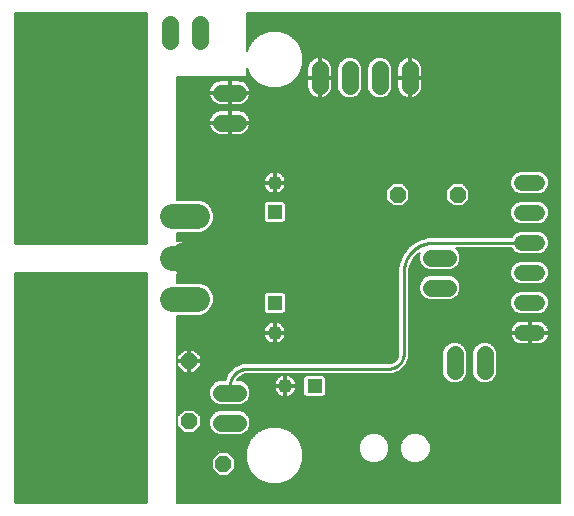
<source format=gbl>
G75*
%MOIN*%
%OFA0B0*%
%FSLAX25Y25*%
%IPPOS*%
%LPD*%
%AMOC8*
5,1,8,0,0,1.08239X$1,22.5*
%
%ADD10C,0.05600*%
%ADD11OC8,0.05200*%
%ADD12R,0.34449X0.20472*%
%ADD13C,0.35433*%
%ADD14C,0.08400*%
%ADD15C,0.05200*%
%ADD16R,0.04800X0.04800*%
%ADD17C,0.04800*%
%ADD18C,0.01000*%
%ADD19C,0.03569*%
%ADD20C,0.00600*%
%ADD21C,0.11000*%
%ADD22C,0.25591*%
D10*
X0074137Y0034732D02*
X0079737Y0034732D01*
X0079737Y0044732D02*
X0074137Y0044732D01*
X0144137Y0079732D02*
X0149737Y0079732D01*
X0149737Y0089732D02*
X0144137Y0089732D01*
X0151937Y0057532D02*
X0151937Y0051932D01*
X0161937Y0051932D02*
X0161937Y0057532D01*
X0079737Y0134732D02*
X0074137Y0134732D01*
X0074137Y0144732D02*
X0079737Y0144732D01*
X0066937Y0161932D02*
X0066937Y0167532D01*
X0056937Y0167532D02*
X0056937Y0161932D01*
X0106937Y0152532D02*
X0106937Y0146932D01*
X0116937Y0146932D02*
X0116937Y0152532D01*
X0126937Y0152532D02*
X0126937Y0146932D01*
X0136937Y0146932D02*
X0136937Y0152532D01*
D11*
X0132937Y0110732D03*
X0152937Y0110732D03*
X0063413Y0055211D03*
X0063413Y0035211D03*
X0074834Y0021013D03*
X0044834Y0021013D03*
D12*
X0026937Y0068472D03*
X0026937Y0110992D03*
D13*
X0026937Y0142232D03*
X0026937Y0037232D03*
D14*
X0057737Y0075952D02*
X0066137Y0075952D01*
X0066137Y0089732D02*
X0057737Y0089732D01*
X0057737Y0103511D02*
X0066137Y0103511D01*
D15*
X0174337Y0104732D02*
X0179537Y0104732D01*
X0179537Y0094732D02*
X0174337Y0094732D01*
X0174337Y0084732D02*
X0179537Y0084732D01*
X0179537Y0074732D02*
X0174337Y0074732D01*
X0174337Y0064732D02*
X0179537Y0064732D01*
X0179537Y0114732D02*
X0174337Y0114732D01*
D16*
X0105239Y0046952D03*
X0091937Y0074532D03*
X0091937Y0104932D03*
D17*
X0091937Y0114732D03*
X0091937Y0064732D03*
X0095439Y0046952D03*
D18*
X0005437Y0084732D02*
X0005437Y0008232D01*
X0048937Y0008232D01*
X0048937Y0084732D01*
X0005437Y0084732D01*
X0005437Y0084605D02*
X0048937Y0084605D01*
X0048937Y0083607D02*
X0005437Y0083607D01*
X0005437Y0082608D02*
X0048937Y0082608D01*
X0048937Y0081610D02*
X0005437Y0081610D01*
X0005437Y0080611D02*
X0048937Y0080611D01*
X0048937Y0079613D02*
X0005437Y0079613D01*
X0005437Y0078614D02*
X0048937Y0078614D01*
X0048937Y0077616D02*
X0005437Y0077616D01*
X0005437Y0076617D02*
X0048937Y0076617D01*
X0048937Y0075619D02*
X0005437Y0075619D01*
X0005437Y0074620D02*
X0048937Y0074620D01*
X0048937Y0073622D02*
X0005437Y0073622D01*
X0005437Y0072623D02*
X0048937Y0072623D01*
X0048937Y0071625D02*
X0005437Y0071625D01*
X0005437Y0070626D02*
X0048937Y0070626D01*
X0048937Y0069628D02*
X0005437Y0069628D01*
X0005437Y0068629D02*
X0048937Y0068629D01*
X0048937Y0067631D02*
X0005437Y0067631D01*
X0005437Y0066632D02*
X0048937Y0066632D01*
X0048937Y0065634D02*
X0005437Y0065634D01*
X0005437Y0064635D02*
X0048937Y0064635D01*
X0048937Y0063637D02*
X0005437Y0063637D01*
X0005437Y0062638D02*
X0048937Y0062638D01*
X0048937Y0061640D02*
X0005437Y0061640D01*
X0005437Y0060641D02*
X0048937Y0060641D01*
X0048937Y0059643D02*
X0005437Y0059643D01*
X0005437Y0058644D02*
X0048937Y0058644D01*
X0048937Y0057645D02*
X0005437Y0057645D01*
X0005437Y0056647D02*
X0048937Y0056647D01*
X0048937Y0055648D02*
X0005437Y0055648D01*
X0005437Y0054650D02*
X0048937Y0054650D01*
X0048937Y0053651D02*
X0005437Y0053651D01*
X0005437Y0052653D02*
X0048937Y0052653D01*
X0048937Y0051654D02*
X0005437Y0051654D01*
X0005437Y0050656D02*
X0048937Y0050656D01*
X0048937Y0049657D02*
X0005437Y0049657D01*
X0005437Y0048659D02*
X0048937Y0048659D01*
X0048937Y0047660D02*
X0005437Y0047660D01*
X0005437Y0046662D02*
X0048937Y0046662D01*
X0048937Y0045663D02*
X0005437Y0045663D01*
X0005437Y0044665D02*
X0048937Y0044665D01*
X0048937Y0043666D02*
X0005437Y0043666D01*
X0005437Y0042668D02*
X0048937Y0042668D01*
X0048937Y0041669D02*
X0005437Y0041669D01*
X0005437Y0040671D02*
X0048937Y0040671D01*
X0048937Y0039672D02*
X0005437Y0039672D01*
X0005437Y0038674D02*
X0048937Y0038674D01*
X0048937Y0037675D02*
X0005437Y0037675D01*
X0005437Y0036677D02*
X0048937Y0036677D01*
X0048937Y0035678D02*
X0005437Y0035678D01*
X0005437Y0034680D02*
X0048937Y0034680D01*
X0048937Y0033681D02*
X0005437Y0033681D01*
X0005437Y0032683D02*
X0048937Y0032683D01*
X0048937Y0031684D02*
X0005437Y0031684D01*
X0005437Y0030686D02*
X0048937Y0030686D01*
X0048937Y0029687D02*
X0005437Y0029687D01*
X0005437Y0028689D02*
X0048937Y0028689D01*
X0048937Y0027690D02*
X0005437Y0027690D01*
X0005437Y0026692D02*
X0048937Y0026692D01*
X0048937Y0025693D02*
X0005437Y0025693D01*
X0005437Y0024695D02*
X0048937Y0024695D01*
X0048937Y0023696D02*
X0005437Y0023696D01*
X0005437Y0022698D02*
X0048937Y0022698D01*
X0048937Y0021699D02*
X0005437Y0021699D01*
X0005437Y0020701D02*
X0048937Y0020701D01*
X0048937Y0019702D02*
X0005437Y0019702D01*
X0005437Y0018704D02*
X0048937Y0018704D01*
X0048937Y0017705D02*
X0005437Y0017705D01*
X0005437Y0016707D02*
X0048937Y0016707D01*
X0048937Y0015708D02*
X0005437Y0015708D01*
X0005437Y0014710D02*
X0048937Y0014710D01*
X0048937Y0013711D02*
X0005437Y0013711D01*
X0005437Y0012712D02*
X0048937Y0012712D01*
X0048937Y0011714D02*
X0005437Y0011714D01*
X0005437Y0010715D02*
X0048937Y0010715D01*
X0048937Y0009717D02*
X0005437Y0009717D01*
X0005437Y0008718D02*
X0048937Y0008718D01*
X0076937Y0044732D02*
X0076937Y0046732D01*
X0076939Y0046884D01*
X0076945Y0047036D01*
X0076954Y0047188D01*
X0076968Y0047339D01*
X0076985Y0047490D01*
X0077006Y0047641D01*
X0077031Y0047791D01*
X0077060Y0047940D01*
X0077092Y0048088D01*
X0077129Y0048236D01*
X0077168Y0048383D01*
X0077212Y0048528D01*
X0077260Y0048673D01*
X0077310Y0048816D01*
X0077365Y0048958D01*
X0077423Y0049098D01*
X0077485Y0049237D01*
X0077550Y0049374D01*
X0077619Y0049510D01*
X0077691Y0049644D01*
X0077766Y0049776D01*
X0077845Y0049906D01*
X0077927Y0050034D01*
X0078012Y0050160D01*
X0078101Y0050283D01*
X0078192Y0050405D01*
X0078287Y0050524D01*
X0078384Y0050640D01*
X0078485Y0050754D01*
X0078588Y0050866D01*
X0078694Y0050975D01*
X0078803Y0051081D01*
X0078915Y0051184D01*
X0079029Y0051285D01*
X0079145Y0051382D01*
X0079264Y0051477D01*
X0079386Y0051568D01*
X0079509Y0051657D01*
X0079635Y0051742D01*
X0079763Y0051824D01*
X0079893Y0051903D01*
X0080025Y0051978D01*
X0080159Y0052050D01*
X0080295Y0052119D01*
X0080432Y0052184D01*
X0080571Y0052246D01*
X0080711Y0052304D01*
X0080853Y0052359D01*
X0080996Y0052409D01*
X0081141Y0052457D01*
X0081286Y0052501D01*
X0081433Y0052540D01*
X0081581Y0052577D01*
X0081729Y0052609D01*
X0081878Y0052638D01*
X0082028Y0052663D01*
X0082179Y0052684D01*
X0082330Y0052701D01*
X0082481Y0052715D01*
X0082633Y0052724D01*
X0082785Y0052730D01*
X0082937Y0052732D01*
X0129937Y0052732D01*
X0130077Y0052734D01*
X0130217Y0052740D01*
X0130357Y0052750D01*
X0130497Y0052763D01*
X0130636Y0052781D01*
X0130775Y0052803D01*
X0130912Y0052828D01*
X0131050Y0052857D01*
X0131186Y0052890D01*
X0131321Y0052927D01*
X0131455Y0052968D01*
X0131588Y0053013D01*
X0131720Y0053061D01*
X0131850Y0053113D01*
X0131979Y0053168D01*
X0132106Y0053227D01*
X0132232Y0053290D01*
X0132356Y0053356D01*
X0132477Y0053425D01*
X0132597Y0053498D01*
X0132715Y0053575D01*
X0132830Y0053654D01*
X0132944Y0053737D01*
X0133054Y0053823D01*
X0133163Y0053912D01*
X0133269Y0054004D01*
X0133372Y0054099D01*
X0133473Y0054196D01*
X0133570Y0054297D01*
X0133665Y0054400D01*
X0133757Y0054506D01*
X0133846Y0054615D01*
X0133932Y0054725D01*
X0134015Y0054839D01*
X0134094Y0054954D01*
X0134171Y0055072D01*
X0134244Y0055192D01*
X0134313Y0055313D01*
X0134379Y0055437D01*
X0134442Y0055563D01*
X0134501Y0055690D01*
X0134556Y0055819D01*
X0134608Y0055949D01*
X0134656Y0056081D01*
X0134701Y0056214D01*
X0134742Y0056348D01*
X0134779Y0056483D01*
X0134812Y0056619D01*
X0134841Y0056757D01*
X0134866Y0056894D01*
X0134888Y0057033D01*
X0134906Y0057172D01*
X0134919Y0057312D01*
X0134929Y0057452D01*
X0134935Y0057592D01*
X0134937Y0057732D01*
X0134937Y0084732D01*
X0134940Y0084974D01*
X0134949Y0085215D01*
X0134963Y0085456D01*
X0134984Y0085697D01*
X0135010Y0085937D01*
X0135042Y0086177D01*
X0135080Y0086416D01*
X0135123Y0086653D01*
X0135173Y0086890D01*
X0135228Y0087125D01*
X0135288Y0087359D01*
X0135355Y0087591D01*
X0135426Y0087822D01*
X0135504Y0088051D01*
X0135587Y0088278D01*
X0135675Y0088503D01*
X0135769Y0088726D01*
X0135868Y0088946D01*
X0135973Y0089164D01*
X0136082Y0089379D01*
X0136197Y0089592D01*
X0136317Y0089802D01*
X0136442Y0090008D01*
X0136572Y0090212D01*
X0136707Y0090413D01*
X0136847Y0090610D01*
X0136991Y0090804D01*
X0137140Y0090994D01*
X0137294Y0091180D01*
X0137452Y0091363D01*
X0137614Y0091542D01*
X0137781Y0091717D01*
X0137952Y0091888D01*
X0138127Y0092055D01*
X0138306Y0092217D01*
X0138489Y0092375D01*
X0138675Y0092529D01*
X0138865Y0092678D01*
X0139059Y0092822D01*
X0139256Y0092962D01*
X0139457Y0093097D01*
X0139661Y0093227D01*
X0139867Y0093352D01*
X0140077Y0093472D01*
X0140290Y0093587D01*
X0140505Y0093696D01*
X0140723Y0093801D01*
X0140943Y0093900D01*
X0141166Y0093994D01*
X0141391Y0094082D01*
X0141618Y0094165D01*
X0141847Y0094243D01*
X0142078Y0094314D01*
X0142310Y0094381D01*
X0142544Y0094441D01*
X0142779Y0094496D01*
X0143016Y0094546D01*
X0143253Y0094589D01*
X0143492Y0094627D01*
X0143732Y0094659D01*
X0143972Y0094685D01*
X0144213Y0094706D01*
X0144454Y0094720D01*
X0144695Y0094729D01*
X0144937Y0094732D01*
X0176937Y0094732D01*
X0048937Y0094732D02*
X0048937Y0171192D01*
X0005437Y0171192D01*
X0005437Y0094732D01*
X0048937Y0094732D01*
X0048937Y0095589D02*
X0005437Y0095589D01*
X0005437Y0096587D02*
X0048937Y0096587D01*
X0048937Y0097586D02*
X0005437Y0097586D01*
X0005437Y0098584D02*
X0048937Y0098584D01*
X0048937Y0099583D02*
X0005437Y0099583D01*
X0005437Y0100581D02*
X0048937Y0100581D01*
X0048937Y0101580D02*
X0005437Y0101580D01*
X0005437Y0102579D02*
X0048937Y0102579D01*
X0048937Y0103577D02*
X0005437Y0103577D01*
X0005437Y0104576D02*
X0048937Y0104576D01*
X0048937Y0105574D02*
X0005437Y0105574D01*
X0005437Y0106573D02*
X0048937Y0106573D01*
X0048937Y0107571D02*
X0005437Y0107571D01*
X0005437Y0108570D02*
X0048937Y0108570D01*
X0048937Y0109568D02*
X0005437Y0109568D01*
X0005437Y0110567D02*
X0048937Y0110567D01*
X0048937Y0111565D02*
X0005437Y0111565D01*
X0005437Y0112564D02*
X0048937Y0112564D01*
X0048937Y0113562D02*
X0005437Y0113562D01*
X0005437Y0114561D02*
X0048937Y0114561D01*
X0048937Y0115559D02*
X0005437Y0115559D01*
X0005437Y0116558D02*
X0048937Y0116558D01*
X0048937Y0117556D02*
X0005437Y0117556D01*
X0005437Y0118555D02*
X0048937Y0118555D01*
X0048937Y0119553D02*
X0005437Y0119553D01*
X0005437Y0120552D02*
X0048937Y0120552D01*
X0048937Y0121550D02*
X0005437Y0121550D01*
X0005437Y0122549D02*
X0048937Y0122549D01*
X0048937Y0123547D02*
X0005437Y0123547D01*
X0005437Y0124546D02*
X0048937Y0124546D01*
X0048937Y0125544D02*
X0005437Y0125544D01*
X0005437Y0126543D02*
X0048937Y0126543D01*
X0048937Y0127541D02*
X0005437Y0127541D01*
X0005437Y0128540D02*
X0048937Y0128540D01*
X0048937Y0129538D02*
X0005437Y0129538D01*
X0005437Y0130537D02*
X0048937Y0130537D01*
X0048937Y0131535D02*
X0005437Y0131535D01*
X0005437Y0132534D02*
X0048937Y0132534D01*
X0048937Y0133532D02*
X0005437Y0133532D01*
X0005437Y0134531D02*
X0048937Y0134531D01*
X0048937Y0135529D02*
X0005437Y0135529D01*
X0005437Y0136528D02*
X0048937Y0136528D01*
X0048937Y0137526D02*
X0005437Y0137526D01*
X0005437Y0138525D02*
X0048937Y0138525D01*
X0048937Y0139523D02*
X0005437Y0139523D01*
X0005437Y0140522D02*
X0048937Y0140522D01*
X0048937Y0141520D02*
X0005437Y0141520D01*
X0005437Y0142519D02*
X0048937Y0142519D01*
X0048937Y0143517D02*
X0005437Y0143517D01*
X0005437Y0144516D02*
X0048937Y0144516D01*
X0048937Y0145514D02*
X0005437Y0145514D01*
X0005437Y0146513D02*
X0048937Y0146513D01*
X0048937Y0147512D02*
X0005437Y0147512D01*
X0005437Y0148510D02*
X0048937Y0148510D01*
X0048937Y0149509D02*
X0005437Y0149509D01*
X0005437Y0150507D02*
X0048937Y0150507D01*
X0048937Y0151506D02*
X0005437Y0151506D01*
X0005437Y0152504D02*
X0048937Y0152504D01*
X0048937Y0153503D02*
X0005437Y0153503D01*
X0005437Y0154501D02*
X0048937Y0154501D01*
X0048937Y0155500D02*
X0005437Y0155500D01*
X0005437Y0156498D02*
X0048937Y0156498D01*
X0048937Y0157497D02*
X0005437Y0157497D01*
X0005437Y0158495D02*
X0048937Y0158495D01*
X0048937Y0159494D02*
X0005437Y0159494D01*
X0005437Y0160492D02*
X0048937Y0160492D01*
X0048937Y0161491D02*
X0005437Y0161491D01*
X0005437Y0162489D02*
X0048937Y0162489D01*
X0048937Y0163488D02*
X0005437Y0163488D01*
X0005437Y0164486D02*
X0048937Y0164486D01*
X0048937Y0165485D02*
X0005437Y0165485D01*
X0005437Y0166483D02*
X0048937Y0166483D01*
X0048937Y0167482D02*
X0005437Y0167482D01*
X0005437Y0168480D02*
X0048937Y0168480D01*
X0048937Y0169479D02*
X0005437Y0169479D01*
X0005437Y0170477D02*
X0048937Y0170477D01*
D19*
X0041937Y0124732D03*
X0041937Y0119732D03*
X0036937Y0119732D03*
X0031937Y0119732D03*
X0026937Y0119732D03*
X0021937Y0119732D03*
X0016937Y0119732D03*
X0011937Y0119732D03*
X0011937Y0124732D03*
X0011937Y0059732D03*
X0016937Y0059732D03*
X0011937Y0054732D03*
X0021937Y0059732D03*
X0026937Y0059732D03*
X0031937Y0059732D03*
X0036937Y0059732D03*
X0041937Y0059732D03*
X0041937Y0054732D03*
X0125776Y0071935D03*
X0125776Y0075935D03*
D20*
X0133137Y0075743D02*
X0095637Y0075743D01*
X0095637Y0076341D02*
X0133137Y0076341D01*
X0133137Y0076940D02*
X0095637Y0076940D01*
X0095637Y0077470D02*
X0094875Y0078232D01*
X0088999Y0078232D01*
X0088237Y0077470D01*
X0088237Y0071593D01*
X0088999Y0070832D01*
X0094875Y0070832D01*
X0095637Y0071593D01*
X0095637Y0077470D01*
X0095569Y0077538D02*
X0133137Y0077538D01*
X0133137Y0078137D02*
X0094970Y0078137D01*
X0095637Y0075144D02*
X0133137Y0075144D01*
X0133137Y0074546D02*
X0095637Y0074546D01*
X0095637Y0073947D02*
X0133137Y0073947D01*
X0133137Y0073349D02*
X0095637Y0073349D01*
X0095637Y0072750D02*
X0133137Y0072750D01*
X0133137Y0072152D02*
X0095637Y0072152D01*
X0095597Y0071553D02*
X0133137Y0071553D01*
X0133137Y0070955D02*
X0094998Y0070955D01*
X0093690Y0068011D02*
X0093016Y0068290D01*
X0092301Y0068432D01*
X0092237Y0068432D01*
X0092237Y0065032D01*
X0091637Y0065032D01*
X0091637Y0068432D01*
X0091573Y0068432D01*
X0090858Y0068290D01*
X0090184Y0068011D01*
X0089578Y0067606D01*
X0089063Y0067090D01*
X0088658Y0066484D01*
X0088379Y0065811D01*
X0088237Y0065096D01*
X0088237Y0065032D01*
X0091637Y0065032D01*
X0091637Y0064432D01*
X0088237Y0064432D01*
X0088237Y0064367D01*
X0088379Y0063653D01*
X0088658Y0062979D01*
X0089063Y0062373D01*
X0089578Y0061858D01*
X0090184Y0061453D01*
X0090858Y0061174D01*
X0091573Y0061032D01*
X0091637Y0061032D01*
X0091637Y0064432D01*
X0092237Y0064432D01*
X0092237Y0065032D01*
X0095637Y0065032D01*
X0095637Y0065096D01*
X0095495Y0065811D01*
X0095216Y0066484D01*
X0094811Y0067090D01*
X0094296Y0067606D01*
X0093690Y0068011D01*
X0093762Y0067962D02*
X0133137Y0067962D01*
X0133137Y0067364D02*
X0094538Y0067364D01*
X0095028Y0066765D02*
X0133137Y0066765D01*
X0133137Y0066167D02*
X0095348Y0066167D01*
X0095543Y0065568D02*
X0133137Y0065568D01*
X0133137Y0064970D02*
X0092237Y0064970D01*
X0092237Y0064432D02*
X0095637Y0064432D01*
X0095637Y0064367D01*
X0095495Y0063653D01*
X0095216Y0062979D01*
X0094811Y0062373D01*
X0094296Y0061858D01*
X0093690Y0061453D01*
X0093016Y0061174D01*
X0092301Y0061032D01*
X0092237Y0061032D01*
X0092237Y0064432D01*
X0092237Y0064371D02*
X0091637Y0064371D01*
X0091637Y0063773D02*
X0092237Y0063773D01*
X0092237Y0063174D02*
X0091637Y0063174D01*
X0091637Y0062576D02*
X0092237Y0062576D01*
X0092237Y0061977D02*
X0091637Y0061977D01*
X0091637Y0061379D02*
X0092237Y0061379D01*
X0093510Y0061379D02*
X0133137Y0061379D01*
X0133137Y0061977D02*
X0094415Y0061977D01*
X0094946Y0062576D02*
X0133137Y0062576D01*
X0133137Y0063174D02*
X0095297Y0063174D01*
X0095519Y0063773D02*
X0133137Y0063773D01*
X0133137Y0064371D02*
X0095637Y0064371D01*
X0092237Y0065568D02*
X0091637Y0065568D01*
X0091637Y0064970D02*
X0059437Y0064970D01*
X0059437Y0065568D02*
X0088331Y0065568D01*
X0088526Y0066167D02*
X0059437Y0066167D01*
X0059437Y0066765D02*
X0088846Y0066765D01*
X0089336Y0067364D02*
X0059437Y0067364D01*
X0059437Y0067962D02*
X0090112Y0067962D01*
X0091637Y0067962D02*
X0092237Y0067962D01*
X0092237Y0067364D02*
X0091637Y0067364D01*
X0091637Y0066765D02*
X0092237Y0066765D01*
X0092237Y0066167D02*
X0091637Y0066167D01*
X0088237Y0064371D02*
X0059437Y0064371D01*
X0059437Y0063773D02*
X0088355Y0063773D01*
X0088577Y0063174D02*
X0059437Y0063174D01*
X0059437Y0062576D02*
X0088928Y0062576D01*
X0089459Y0061977D02*
X0059437Y0061977D01*
X0059437Y0061379D02*
X0090364Y0061379D01*
X0081385Y0054532D02*
X0078519Y0053344D01*
X0078519Y0053344D01*
X0076324Y0051150D01*
X0075364Y0048832D01*
X0073321Y0048832D01*
X0071815Y0048208D01*
X0070661Y0047054D01*
X0070037Y0045547D01*
X0070037Y0043916D01*
X0070661Y0042409D01*
X0071815Y0041256D01*
X0073321Y0040632D01*
X0080553Y0040632D01*
X0082059Y0041256D01*
X0083213Y0042409D01*
X0083837Y0043916D01*
X0083837Y0045547D01*
X0083213Y0047054D01*
X0082059Y0048208D01*
X0080553Y0048832D01*
X0079348Y0048832D01*
X0079445Y0049065D01*
X0080604Y0050224D01*
X0082118Y0050851D01*
X0082937Y0050932D01*
X0131290Y0050932D01*
X0133789Y0051967D01*
X0135702Y0053880D01*
X0136737Y0056379D01*
X0136737Y0084732D01*
X0136838Y0086015D01*
X0137631Y0088455D01*
X0139139Y0090530D01*
X0140414Y0091456D01*
X0140037Y0090547D01*
X0140037Y0088916D01*
X0140661Y0087409D01*
X0141815Y0086256D01*
X0143321Y0085632D01*
X0150553Y0085632D01*
X0152059Y0086256D01*
X0153213Y0087409D01*
X0153837Y0088916D01*
X0153837Y0090547D01*
X0153213Y0092054D01*
X0152335Y0092932D01*
X0170861Y0092932D01*
X0171031Y0092523D01*
X0172128Y0091426D01*
X0173561Y0090832D01*
X0180313Y0090832D01*
X0181746Y0091426D01*
X0182843Y0092523D01*
X0183437Y0093956D01*
X0183437Y0095508D01*
X0182843Y0096941D01*
X0181746Y0098038D01*
X0180313Y0098632D01*
X0173561Y0098632D01*
X0172128Y0098038D01*
X0171031Y0096941D01*
X0170861Y0096532D01*
X0143068Y0096532D01*
X0139513Y0095377D01*
X0136489Y0093180D01*
X0134292Y0090156D01*
X0134292Y0090156D01*
X0133137Y0086601D01*
X0133137Y0057732D01*
X0133076Y0057108D01*
X0132598Y0055954D01*
X0131715Y0055071D01*
X0130561Y0054593D01*
X0129937Y0054532D01*
X0081385Y0054532D01*
X0080576Y0054196D02*
X0067313Y0054196D01*
X0067313Y0053598D02*
X0079131Y0053598D01*
X0078174Y0052999D02*
X0066717Y0052999D01*
X0067313Y0053595D02*
X0067313Y0054911D01*
X0063713Y0054911D01*
X0063713Y0051311D01*
X0065029Y0051311D01*
X0067313Y0053595D01*
X0067313Y0054795D02*
X0131048Y0054795D01*
X0132037Y0055393D02*
X0063713Y0055393D01*
X0063713Y0055511D02*
X0067313Y0055511D01*
X0067313Y0056826D01*
X0065029Y0059111D01*
X0063713Y0059111D01*
X0063713Y0055511D01*
X0063113Y0055511D01*
X0063113Y0054911D01*
X0059513Y0054911D01*
X0059513Y0053595D01*
X0061798Y0051311D01*
X0063113Y0051311D01*
X0063113Y0054911D01*
X0063713Y0054911D01*
X0063713Y0055511D01*
X0063713Y0055992D02*
X0063113Y0055992D01*
X0063113Y0055511D02*
X0063113Y0059111D01*
X0061798Y0059111D01*
X0059513Y0056826D01*
X0059513Y0055511D01*
X0063113Y0055511D01*
X0063113Y0055393D02*
X0059437Y0055393D01*
X0059437Y0054795D02*
X0059513Y0054795D01*
X0059513Y0054196D02*
X0059437Y0054196D01*
X0059437Y0053598D02*
X0059513Y0053598D01*
X0059437Y0052999D02*
X0060109Y0052999D01*
X0060708Y0052401D02*
X0059437Y0052401D01*
X0059437Y0051802D02*
X0061306Y0051802D01*
X0063113Y0051802D02*
X0063713Y0051802D01*
X0063713Y0052401D02*
X0063113Y0052401D01*
X0063113Y0052999D02*
X0063713Y0052999D01*
X0063713Y0053598D02*
X0063113Y0053598D01*
X0063113Y0054196D02*
X0063713Y0054196D01*
X0063713Y0054795D02*
X0063113Y0054795D01*
X0063113Y0056590D02*
X0063713Y0056590D01*
X0063713Y0057189D02*
X0063113Y0057189D01*
X0063113Y0057787D02*
X0063713Y0057787D01*
X0063713Y0058386D02*
X0063113Y0058386D01*
X0063113Y0058984D02*
X0063713Y0058984D01*
X0065155Y0058984D02*
X0133137Y0058984D01*
X0133137Y0058386D02*
X0065754Y0058386D01*
X0066352Y0057787D02*
X0133137Y0057787D01*
X0133084Y0057189D02*
X0066951Y0057189D01*
X0067313Y0056590D02*
X0132861Y0056590D01*
X0132613Y0055992D02*
X0067313Y0055992D01*
X0066119Y0052401D02*
X0077575Y0052401D01*
X0076977Y0051802D02*
X0065520Y0051802D01*
X0070645Y0047014D02*
X0059437Y0047014D01*
X0059437Y0046416D02*
X0070397Y0046416D01*
X0070149Y0045817D02*
X0059437Y0045817D01*
X0059437Y0045219D02*
X0070037Y0045219D01*
X0070037Y0044620D02*
X0059437Y0044620D01*
X0059437Y0044022D02*
X0070037Y0044022D01*
X0070241Y0043423D02*
X0059437Y0043423D01*
X0059437Y0042825D02*
X0070489Y0042825D01*
X0070844Y0042226D02*
X0059437Y0042226D01*
X0059437Y0041628D02*
X0071443Y0041628D01*
X0072362Y0041029D02*
X0059437Y0041029D01*
X0059437Y0040431D02*
X0186937Y0040431D01*
X0186937Y0041029D02*
X0081512Y0041029D01*
X0082431Y0041628D02*
X0186937Y0041628D01*
X0186937Y0042226D02*
X0083030Y0042226D01*
X0083385Y0042825D02*
X0186937Y0042825D01*
X0186937Y0043423D02*
X0108349Y0043423D01*
X0108178Y0043252D02*
X0108939Y0044013D01*
X0108939Y0049890D01*
X0108178Y0050652D01*
X0102301Y0050652D01*
X0101539Y0049890D01*
X0101539Y0044013D01*
X0102301Y0043252D01*
X0108178Y0043252D01*
X0108939Y0044022D02*
X0186937Y0044022D01*
X0186937Y0044620D02*
X0108939Y0044620D01*
X0108939Y0045219D02*
X0186937Y0045219D01*
X0186937Y0045817D02*
X0108939Y0045817D01*
X0108939Y0046416D02*
X0186937Y0046416D01*
X0186937Y0047014D02*
X0108939Y0047014D01*
X0108939Y0047613D02*
X0186937Y0047613D01*
X0186937Y0048211D02*
X0163669Y0048211D01*
X0164259Y0048456D02*
X0165413Y0049609D01*
X0166037Y0051116D01*
X0166037Y0058347D01*
X0165413Y0059854D01*
X0164259Y0061008D01*
X0162753Y0061632D01*
X0161121Y0061632D01*
X0159615Y0061008D01*
X0158461Y0059854D01*
X0157837Y0058347D01*
X0157837Y0051116D01*
X0158461Y0049609D01*
X0159615Y0048456D01*
X0161121Y0047832D01*
X0162753Y0047832D01*
X0164259Y0048456D01*
X0164613Y0048810D02*
X0186937Y0048810D01*
X0186937Y0049408D02*
X0165212Y0049408D01*
X0165577Y0050007D02*
X0186937Y0050007D01*
X0186937Y0050605D02*
X0165825Y0050605D01*
X0166037Y0051204D02*
X0186937Y0051204D01*
X0186937Y0051802D02*
X0166037Y0051802D01*
X0166037Y0052401D02*
X0186937Y0052401D01*
X0186937Y0052999D02*
X0166037Y0052999D01*
X0166037Y0053598D02*
X0186937Y0053598D01*
X0186937Y0054196D02*
X0166037Y0054196D01*
X0166037Y0054795D02*
X0186937Y0054795D01*
X0186937Y0055393D02*
X0166037Y0055393D01*
X0166037Y0055992D02*
X0186937Y0055992D01*
X0186937Y0056590D02*
X0166037Y0056590D01*
X0166037Y0057189D02*
X0186937Y0057189D01*
X0186937Y0057787D02*
X0166037Y0057787D01*
X0166021Y0058386D02*
X0186937Y0058386D01*
X0186937Y0058984D02*
X0165773Y0058984D01*
X0165525Y0059583D02*
X0186937Y0059583D01*
X0186937Y0060181D02*
X0165086Y0060181D01*
X0164487Y0060780D02*
X0186937Y0060780D01*
X0186937Y0061379D02*
X0181538Y0061379D01*
X0181384Y0061276D02*
X0182023Y0061703D01*
X0182566Y0062246D01*
X0182993Y0062884D01*
X0183287Y0063594D01*
X0183437Y0064348D01*
X0183437Y0064432D01*
X0177237Y0064432D01*
X0177237Y0065032D01*
X0176637Y0065032D01*
X0176637Y0068632D01*
X0173953Y0068632D01*
X0173199Y0068482D01*
X0172490Y0068188D01*
X0171851Y0067761D01*
X0171308Y0067218D01*
X0170881Y0066579D01*
X0170587Y0065869D01*
X0170437Y0065116D01*
X0170437Y0065032D01*
X0176637Y0065032D01*
X0176637Y0064432D01*
X0170437Y0064432D01*
X0170437Y0064348D01*
X0170587Y0063594D01*
X0170881Y0062884D01*
X0171308Y0062246D01*
X0171851Y0061703D01*
X0172490Y0061276D01*
X0173199Y0060982D01*
X0173953Y0060832D01*
X0176637Y0060832D01*
X0176637Y0064432D01*
X0177237Y0064432D01*
X0177237Y0060832D01*
X0179921Y0060832D01*
X0180675Y0060982D01*
X0181384Y0061276D01*
X0182298Y0061977D02*
X0186937Y0061977D01*
X0186937Y0062576D02*
X0182787Y0062576D01*
X0183113Y0063174D02*
X0186937Y0063174D01*
X0186937Y0063773D02*
X0183323Y0063773D01*
X0183437Y0064371D02*
X0186937Y0064371D01*
X0186937Y0064970D02*
X0177237Y0064970D01*
X0177237Y0065032D02*
X0183437Y0065032D01*
X0183437Y0065116D01*
X0183287Y0065869D01*
X0182993Y0066579D01*
X0182566Y0067218D01*
X0182023Y0067761D01*
X0181384Y0068188D01*
X0180675Y0068482D01*
X0179921Y0068632D01*
X0177237Y0068632D01*
X0177237Y0065032D01*
X0177237Y0065568D02*
X0176637Y0065568D01*
X0176637Y0064970D02*
X0136737Y0064970D01*
X0136737Y0065568D02*
X0170527Y0065568D01*
X0170710Y0066167D02*
X0136737Y0066167D01*
X0136737Y0066765D02*
X0171005Y0066765D01*
X0171453Y0067364D02*
X0136737Y0067364D01*
X0136737Y0067962D02*
X0172152Y0067962D01*
X0173595Y0068561D02*
X0136737Y0068561D01*
X0136737Y0069159D02*
X0186937Y0069159D01*
X0186937Y0068561D02*
X0180279Y0068561D01*
X0181722Y0067962D02*
X0186937Y0067962D01*
X0186937Y0067364D02*
X0182421Y0067364D01*
X0182869Y0066765D02*
X0186937Y0066765D01*
X0186937Y0066167D02*
X0183164Y0066167D01*
X0183347Y0065568D02*
X0186937Y0065568D01*
X0186937Y0069758D02*
X0136737Y0069758D01*
X0136737Y0070356D02*
X0186937Y0070356D01*
X0186937Y0070955D02*
X0180609Y0070955D01*
X0180313Y0070832D02*
X0181746Y0071426D01*
X0182843Y0072523D01*
X0183437Y0073956D01*
X0183437Y0075508D01*
X0182843Y0076941D01*
X0181746Y0078038D01*
X0180313Y0078632D01*
X0173561Y0078632D01*
X0172128Y0078038D01*
X0171031Y0076941D01*
X0170437Y0075508D01*
X0170437Y0073956D01*
X0171031Y0072523D01*
X0172128Y0071426D01*
X0173561Y0070832D01*
X0180313Y0070832D01*
X0181874Y0071553D02*
X0186937Y0071553D01*
X0186937Y0072152D02*
X0182472Y0072152D01*
X0182938Y0072750D02*
X0186937Y0072750D01*
X0186937Y0073349D02*
X0183185Y0073349D01*
X0183433Y0073947D02*
X0186937Y0073947D01*
X0186937Y0074546D02*
X0183437Y0074546D01*
X0183437Y0075144D02*
X0186937Y0075144D01*
X0186937Y0075743D02*
X0183340Y0075743D01*
X0183092Y0076341D02*
X0186937Y0076341D01*
X0186937Y0076940D02*
X0182844Y0076940D01*
X0182246Y0077538D02*
X0186937Y0077538D01*
X0186937Y0078137D02*
X0181508Y0078137D01*
X0180313Y0080832D02*
X0181746Y0081426D01*
X0182843Y0082523D01*
X0183437Y0083956D01*
X0183437Y0085508D01*
X0182843Y0086941D01*
X0181746Y0088038D01*
X0180313Y0088632D01*
X0173561Y0088632D01*
X0172128Y0088038D01*
X0171031Y0086941D01*
X0170437Y0085508D01*
X0170437Y0083956D01*
X0171031Y0082523D01*
X0172128Y0081426D01*
X0173561Y0080832D01*
X0180313Y0080832D01*
X0181031Y0081129D02*
X0186937Y0081129D01*
X0186937Y0080531D02*
X0153837Y0080531D01*
X0153837Y0080547D02*
X0153213Y0082054D01*
X0152059Y0083208D01*
X0150553Y0083832D01*
X0143321Y0083832D01*
X0141815Y0083208D01*
X0140661Y0082054D01*
X0140037Y0080547D01*
X0140037Y0078916D01*
X0140661Y0077409D01*
X0141815Y0076256D01*
X0143321Y0075632D01*
X0150553Y0075632D01*
X0152059Y0076256D01*
X0153213Y0077409D01*
X0153837Y0078916D01*
X0153837Y0080547D01*
X0153837Y0079932D02*
X0186937Y0079932D01*
X0186937Y0079334D02*
X0153837Y0079334D01*
X0153762Y0078735D02*
X0186937Y0078735D01*
X0186937Y0081728D02*
X0182048Y0081728D01*
X0182647Y0082326D02*
X0186937Y0082326D01*
X0186937Y0082925D02*
X0183010Y0082925D01*
X0183258Y0083523D02*
X0186937Y0083523D01*
X0186937Y0084122D02*
X0183437Y0084122D01*
X0183437Y0084720D02*
X0186937Y0084720D01*
X0186937Y0085319D02*
X0183437Y0085319D01*
X0183267Y0085917D02*
X0186937Y0085917D01*
X0186937Y0086516D02*
X0183019Y0086516D01*
X0182670Y0087114D02*
X0186937Y0087114D01*
X0186937Y0087713D02*
X0182071Y0087713D01*
X0181086Y0088312D02*
X0186937Y0088312D01*
X0186937Y0088910D02*
X0153834Y0088910D01*
X0153837Y0089509D02*
X0186937Y0089509D01*
X0186937Y0090107D02*
X0153837Y0090107D01*
X0153771Y0090706D02*
X0186937Y0090706D01*
X0186937Y0091304D02*
X0181453Y0091304D01*
X0182223Y0091903D02*
X0186937Y0091903D01*
X0186937Y0092501D02*
X0182822Y0092501D01*
X0183082Y0093100D02*
X0186937Y0093100D01*
X0186937Y0093698D02*
X0183330Y0093698D01*
X0183437Y0094297D02*
X0186937Y0094297D01*
X0186937Y0094895D02*
X0183437Y0094895D01*
X0183437Y0095494D02*
X0186937Y0095494D01*
X0186937Y0096092D02*
X0183195Y0096092D01*
X0182947Y0096691D02*
X0186937Y0096691D01*
X0186937Y0097289D02*
X0182495Y0097289D01*
X0181897Y0097888D02*
X0186937Y0097888D01*
X0186937Y0098486D02*
X0180664Y0098486D01*
X0180313Y0100832D02*
X0181746Y0101426D01*
X0182843Y0102523D01*
X0183437Y0103956D01*
X0183437Y0105508D01*
X0182843Y0106941D01*
X0181746Y0108038D01*
X0180313Y0108632D01*
X0173561Y0108632D01*
X0172128Y0108038D01*
X0171031Y0106941D01*
X0170437Y0105508D01*
X0170437Y0103956D01*
X0171031Y0102523D01*
X0172128Y0101426D01*
X0173561Y0100832D01*
X0180313Y0100832D01*
X0180430Y0100880D02*
X0186937Y0100880D01*
X0186937Y0100282D02*
X0070686Y0100282D01*
X0070800Y0100396D02*
X0071637Y0102417D01*
X0071637Y0104605D01*
X0070800Y0106627D01*
X0069252Y0108174D01*
X0067231Y0109011D01*
X0059437Y0109011D01*
X0059437Y0149932D01*
X0082268Y0149932D01*
X0082737Y0150400D01*
X0082737Y0152859D01*
X0083799Y0150294D01*
X0086499Y0147594D01*
X0090028Y0146133D01*
X0093846Y0146133D01*
X0097375Y0147594D01*
X0100075Y0150294D01*
X0101536Y0153822D01*
X0101536Y0157641D01*
X0100075Y0161169D01*
X0097375Y0163870D01*
X0093846Y0165331D01*
X0090028Y0165331D01*
X0086499Y0163870D01*
X0083799Y0161169D01*
X0082737Y0158605D01*
X0082737Y0171392D01*
X0186937Y0171392D01*
X0186937Y0008032D01*
X0059437Y0008032D01*
X0059437Y0070452D01*
X0067231Y0070452D01*
X0069252Y0071290D01*
X0070800Y0072837D01*
X0071637Y0074858D01*
X0071637Y0077046D01*
X0070800Y0079068D01*
X0069252Y0080615D01*
X0067231Y0081452D01*
X0059437Y0081452D01*
X0059437Y0084232D01*
X0061637Y0084232D01*
X0061637Y0089432D01*
X0062237Y0089432D01*
X0062237Y0090032D01*
X0061637Y0090032D01*
X0061637Y0095232D01*
X0059437Y0095232D01*
X0059437Y0098011D01*
X0067231Y0098011D01*
X0069252Y0098849D01*
X0070800Y0100396D01*
X0071000Y0100880D02*
X0173444Y0100880D01*
X0172075Y0101479D02*
X0095122Y0101479D01*
X0094875Y0101232D02*
X0095637Y0101993D01*
X0095637Y0107870D01*
X0094875Y0108632D01*
X0088999Y0108632D01*
X0088237Y0107870D01*
X0088237Y0101993D01*
X0088999Y0101232D01*
X0094875Y0101232D01*
X0095637Y0102077D02*
X0171476Y0102077D01*
X0170967Y0102676D02*
X0095637Y0102676D01*
X0095637Y0103274D02*
X0170719Y0103274D01*
X0170471Y0103873D02*
X0095637Y0103873D01*
X0095637Y0104471D02*
X0170437Y0104471D01*
X0170437Y0105070D02*
X0095637Y0105070D01*
X0095637Y0105668D02*
X0170504Y0105668D01*
X0170752Y0106267D02*
X0095637Y0106267D01*
X0095637Y0106865D02*
X0131288Y0106865D01*
X0131322Y0106832D02*
X0134552Y0106832D01*
X0136837Y0109116D01*
X0136837Y0112347D01*
X0134552Y0114632D01*
X0131322Y0114632D01*
X0129037Y0112347D01*
X0129037Y0109116D01*
X0131322Y0106832D01*
X0130690Y0107464D02*
X0095637Y0107464D01*
X0095445Y0108062D02*
X0130091Y0108062D01*
X0129493Y0108661D02*
X0068077Y0108661D01*
X0069364Y0108062D02*
X0088429Y0108062D01*
X0088237Y0107464D02*
X0069963Y0107464D01*
X0070561Y0106865D02*
X0088237Y0106865D01*
X0088237Y0106267D02*
X0070949Y0106267D01*
X0071197Y0105668D02*
X0088237Y0105668D01*
X0088237Y0105070D02*
X0071445Y0105070D01*
X0071637Y0104471D02*
X0088237Y0104471D01*
X0088237Y0103873D02*
X0071637Y0103873D01*
X0071637Y0103274D02*
X0088237Y0103274D01*
X0088237Y0102676D02*
X0071637Y0102676D01*
X0071496Y0102077D02*
X0088237Y0102077D01*
X0088752Y0101479D02*
X0071248Y0101479D01*
X0070087Y0099683D02*
X0186937Y0099683D01*
X0186937Y0099085D02*
X0069489Y0099085D01*
X0068377Y0098486D02*
X0173210Y0098486D01*
X0171977Y0097888D02*
X0059437Y0097888D01*
X0059437Y0097289D02*
X0171379Y0097289D01*
X0170927Y0096691D02*
X0059437Y0096691D01*
X0059437Y0096092D02*
X0141715Y0096092D01*
X0139873Y0095494D02*
X0059437Y0095494D01*
X0061637Y0094895D02*
X0062237Y0094895D01*
X0062237Y0095232D02*
X0062237Y0090032D01*
X0071637Y0090032D01*
X0071637Y0090165D01*
X0071502Y0091020D01*
X0071234Y0091843D01*
X0070841Y0092614D01*
X0070332Y0093315D01*
X0069720Y0093927D01*
X0069020Y0094436D01*
X0068248Y0094829D01*
X0067425Y0095096D01*
X0066570Y0095232D01*
X0062237Y0095232D01*
X0062237Y0094297D02*
X0061637Y0094297D01*
X0061637Y0093698D02*
X0062237Y0093698D01*
X0062237Y0093100D02*
X0061637Y0093100D01*
X0061637Y0092501D02*
X0062237Y0092501D01*
X0062237Y0091903D02*
X0061637Y0091903D01*
X0061637Y0091304D02*
X0062237Y0091304D01*
X0062237Y0090706D02*
X0061637Y0090706D01*
X0061637Y0090107D02*
X0062237Y0090107D01*
X0062237Y0089509D02*
X0134082Y0089509D01*
X0134276Y0090107D02*
X0071637Y0090107D01*
X0071551Y0090706D02*
X0134692Y0090706D01*
X0135126Y0091304D02*
X0071409Y0091304D01*
X0071204Y0091903D02*
X0135561Y0091903D01*
X0135996Y0092501D02*
X0070899Y0092501D01*
X0070489Y0093100D02*
X0136431Y0093100D01*
X0136489Y0093180D02*
X0136489Y0093180D01*
X0137203Y0093698D02*
X0069949Y0093698D01*
X0069211Y0094297D02*
X0138026Y0094297D01*
X0138850Y0094895D02*
X0068044Y0094895D01*
X0071637Y0089432D02*
X0062237Y0089432D01*
X0062237Y0084232D01*
X0066570Y0084232D01*
X0067425Y0084367D01*
X0068248Y0084635D01*
X0069020Y0085028D01*
X0069720Y0085537D01*
X0070332Y0086149D01*
X0070841Y0086849D01*
X0071234Y0087621D01*
X0071502Y0088444D01*
X0071637Y0089299D01*
X0071637Y0089432D01*
X0071575Y0088910D02*
X0133887Y0088910D01*
X0133693Y0088312D02*
X0071459Y0088312D01*
X0071264Y0087713D02*
X0133498Y0087713D01*
X0133304Y0087114D02*
X0070976Y0087114D01*
X0070599Y0086516D02*
X0133137Y0086516D01*
X0133137Y0085917D02*
X0070101Y0085917D01*
X0069420Y0085319D02*
X0133137Y0085319D01*
X0133137Y0084720D02*
X0068416Y0084720D01*
X0068011Y0081129D02*
X0133137Y0081129D01*
X0133137Y0080531D02*
X0069337Y0080531D01*
X0069935Y0079932D02*
X0133137Y0079932D01*
X0133137Y0079334D02*
X0070534Y0079334D01*
X0070937Y0078735D02*
X0133137Y0078735D01*
X0136737Y0078735D02*
X0140112Y0078735D01*
X0140037Y0079334D02*
X0136737Y0079334D01*
X0136737Y0079932D02*
X0140037Y0079932D01*
X0140037Y0080531D02*
X0136737Y0080531D01*
X0136737Y0081129D02*
X0140278Y0081129D01*
X0140526Y0081728D02*
X0136737Y0081728D01*
X0136737Y0082326D02*
X0140933Y0082326D01*
X0141532Y0082925D02*
X0136737Y0082925D01*
X0136737Y0083523D02*
X0142577Y0083523D01*
X0142632Y0085917D02*
X0136830Y0085917D01*
X0136783Y0085319D02*
X0170437Y0085319D01*
X0170437Y0084720D02*
X0136737Y0084720D01*
X0136737Y0084122D02*
X0170437Y0084122D01*
X0170616Y0083523D02*
X0151297Y0083523D01*
X0152342Y0082925D02*
X0170864Y0082925D01*
X0171227Y0082326D02*
X0152941Y0082326D01*
X0153348Y0081728D02*
X0171826Y0081728D01*
X0172843Y0081129D02*
X0153596Y0081129D01*
X0153514Y0078137D02*
X0172366Y0078137D01*
X0171628Y0077538D02*
X0153266Y0077538D01*
X0152743Y0076940D02*
X0171030Y0076940D01*
X0170782Y0076341D02*
X0152145Y0076341D01*
X0150820Y0075743D02*
X0170534Y0075743D01*
X0170437Y0075144D02*
X0136737Y0075144D01*
X0136737Y0074546D02*
X0170437Y0074546D01*
X0170441Y0073947D02*
X0136737Y0073947D01*
X0136737Y0073349D02*
X0170689Y0073349D01*
X0170936Y0072750D02*
X0136737Y0072750D01*
X0136737Y0072152D02*
X0171402Y0072152D01*
X0172000Y0071553D02*
X0136737Y0071553D01*
X0136737Y0070955D02*
X0173265Y0070955D01*
X0176637Y0068561D02*
X0177237Y0068561D01*
X0177237Y0067962D02*
X0176637Y0067962D01*
X0176637Y0067364D02*
X0177237Y0067364D01*
X0177237Y0066765D02*
X0176637Y0066765D01*
X0176637Y0066167D02*
X0177237Y0066167D01*
X0177237Y0064371D02*
X0176637Y0064371D01*
X0176637Y0063773D02*
X0177237Y0063773D01*
X0177237Y0063174D02*
X0176637Y0063174D01*
X0176637Y0062576D02*
X0177237Y0062576D01*
X0177237Y0061977D02*
X0176637Y0061977D01*
X0176637Y0061379D02*
X0177237Y0061379D01*
X0172336Y0061379D02*
X0163364Y0061379D01*
X0160510Y0061379D02*
X0153364Y0061379D01*
X0152753Y0061632D02*
X0151121Y0061632D01*
X0149615Y0061008D01*
X0148461Y0059854D01*
X0147837Y0058347D01*
X0147837Y0051116D01*
X0148461Y0049609D01*
X0149615Y0048456D01*
X0151121Y0047832D01*
X0152753Y0047832D01*
X0154259Y0048456D01*
X0155413Y0049609D01*
X0156037Y0051116D01*
X0156037Y0058347D01*
X0155413Y0059854D01*
X0154259Y0061008D01*
X0152753Y0061632D01*
X0154487Y0060780D02*
X0159387Y0060780D01*
X0158788Y0060181D02*
X0155086Y0060181D01*
X0155525Y0059583D02*
X0158349Y0059583D01*
X0158101Y0058984D02*
X0155773Y0058984D01*
X0156021Y0058386D02*
X0157853Y0058386D01*
X0157837Y0057787D02*
X0156037Y0057787D01*
X0156037Y0057189D02*
X0157837Y0057189D01*
X0157837Y0056590D02*
X0156037Y0056590D01*
X0156037Y0055992D02*
X0157837Y0055992D01*
X0157837Y0055393D02*
X0156037Y0055393D01*
X0156037Y0054795D02*
X0157837Y0054795D01*
X0157837Y0054196D02*
X0156037Y0054196D01*
X0156037Y0053598D02*
X0157837Y0053598D01*
X0157837Y0052999D02*
X0156037Y0052999D01*
X0156037Y0052401D02*
X0157837Y0052401D01*
X0157837Y0051802D02*
X0156037Y0051802D01*
X0156037Y0051204D02*
X0157837Y0051204D01*
X0158049Y0050605D02*
X0155825Y0050605D01*
X0155577Y0050007D02*
X0158297Y0050007D01*
X0158662Y0049408D02*
X0155212Y0049408D01*
X0154613Y0048810D02*
X0159261Y0048810D01*
X0160205Y0048211D02*
X0153669Y0048211D01*
X0150205Y0048211D02*
X0108939Y0048211D01*
X0108939Y0048810D02*
X0149261Y0048810D01*
X0148662Y0049408D02*
X0108939Y0049408D01*
X0108823Y0050007D02*
X0148297Y0050007D01*
X0148049Y0050605D02*
X0108224Y0050605D01*
X0102254Y0050605D02*
X0096038Y0050605D01*
X0095804Y0050652D02*
X0096518Y0050510D01*
X0097192Y0050231D01*
X0097798Y0049826D01*
X0098313Y0049311D01*
X0098718Y0048705D01*
X0098997Y0048031D01*
X0099139Y0047316D01*
X0099139Y0047252D01*
X0095739Y0047252D01*
X0095139Y0047252D01*
X0095139Y0046652D01*
X0091739Y0046652D01*
X0091739Y0046588D01*
X0091881Y0045873D01*
X0092160Y0045199D01*
X0092565Y0044593D01*
X0093080Y0044078D01*
X0093687Y0043673D01*
X0094360Y0043394D01*
X0095075Y0043252D01*
X0095139Y0043252D01*
X0095139Y0046652D01*
X0095739Y0046652D01*
X0095739Y0043252D01*
X0095804Y0043252D01*
X0096518Y0043394D01*
X0097192Y0043673D01*
X0097798Y0044078D01*
X0098313Y0044593D01*
X0098718Y0045199D01*
X0098997Y0045873D01*
X0099139Y0046588D01*
X0099139Y0046652D01*
X0095739Y0046652D01*
X0095739Y0047252D01*
X0095739Y0050652D01*
X0095804Y0050652D01*
X0095739Y0050605D02*
X0095139Y0050605D01*
X0095139Y0050652D02*
X0095075Y0050652D01*
X0094360Y0050510D01*
X0093687Y0050231D01*
X0093080Y0049826D01*
X0092565Y0049311D01*
X0092160Y0048705D01*
X0091881Y0048031D01*
X0091739Y0047316D01*
X0091739Y0047252D01*
X0095139Y0047252D01*
X0095139Y0050652D01*
X0094840Y0050605D02*
X0081524Y0050605D01*
X0080386Y0050007D02*
X0093351Y0050007D01*
X0092663Y0049408D02*
X0079788Y0049408D01*
X0080606Y0048810D02*
X0092231Y0048810D01*
X0091956Y0048211D02*
X0082051Y0048211D01*
X0082654Y0047613D02*
X0091798Y0047613D01*
X0091773Y0046416D02*
X0083477Y0046416D01*
X0083229Y0047014D02*
X0095139Y0047014D01*
X0095139Y0046416D02*
X0095739Y0046416D01*
X0095739Y0047014D02*
X0101539Y0047014D01*
X0101539Y0046416D02*
X0099105Y0046416D01*
X0098974Y0045817D02*
X0101539Y0045817D01*
X0101539Y0045219D02*
X0098726Y0045219D01*
X0098331Y0044620D02*
X0101539Y0044620D01*
X0101539Y0044022D02*
X0097713Y0044022D01*
X0096588Y0043423D02*
X0102129Y0043423D01*
X0101539Y0047613D02*
X0099080Y0047613D01*
X0098922Y0048211D02*
X0101539Y0048211D01*
X0101539Y0048810D02*
X0098648Y0048810D01*
X0098215Y0049408D02*
X0101539Y0049408D01*
X0101655Y0050007D02*
X0097527Y0050007D01*
X0095739Y0050007D02*
X0095139Y0050007D01*
X0095139Y0049408D02*
X0095739Y0049408D01*
X0095739Y0048810D02*
X0095139Y0048810D01*
X0095139Y0048211D02*
X0095739Y0048211D01*
X0095739Y0047613D02*
X0095139Y0047613D01*
X0095139Y0045817D02*
X0095739Y0045817D01*
X0095739Y0045219D02*
X0095139Y0045219D01*
X0095139Y0044620D02*
X0095739Y0044620D01*
X0095739Y0044022D02*
X0095139Y0044022D01*
X0095139Y0043423D02*
X0095739Y0043423D01*
X0094290Y0043423D02*
X0083633Y0043423D01*
X0083837Y0044022D02*
X0093165Y0044022D01*
X0092547Y0044620D02*
X0083837Y0044620D01*
X0083837Y0045219D02*
X0092152Y0045219D01*
X0091904Y0045817D02*
X0083725Y0045817D01*
X0076378Y0051204D02*
X0059437Y0051204D01*
X0059437Y0050605D02*
X0076099Y0050605D01*
X0076324Y0051150D02*
X0076324Y0051150D01*
X0075851Y0050007D02*
X0059437Y0050007D01*
X0059437Y0049408D02*
X0075603Y0049408D01*
X0073268Y0048810D02*
X0059437Y0048810D01*
X0059437Y0048211D02*
X0071823Y0048211D01*
X0071220Y0047613D02*
X0059437Y0047613D01*
X0059437Y0039832D02*
X0186937Y0039832D01*
X0186937Y0039234D02*
X0059437Y0039234D01*
X0059437Y0038635D02*
X0061322Y0038635D01*
X0061798Y0039111D02*
X0059513Y0036826D01*
X0059513Y0033595D01*
X0061798Y0031311D01*
X0065029Y0031311D01*
X0067313Y0033595D01*
X0067313Y0036826D01*
X0065029Y0039111D01*
X0061798Y0039111D01*
X0060724Y0038037D02*
X0059437Y0038037D01*
X0059437Y0037438D02*
X0060125Y0037438D01*
X0059527Y0036840D02*
X0059437Y0036840D01*
X0059437Y0036241D02*
X0059513Y0036241D01*
X0059513Y0035643D02*
X0059437Y0035643D01*
X0059437Y0035044D02*
X0059513Y0035044D01*
X0059513Y0034445D02*
X0059437Y0034445D01*
X0059437Y0033847D02*
X0059513Y0033847D01*
X0059437Y0033248D02*
X0059860Y0033248D01*
X0059437Y0032650D02*
X0060459Y0032650D01*
X0061057Y0032051D02*
X0059437Y0032051D01*
X0059437Y0031453D02*
X0061656Y0031453D01*
X0059437Y0030854D02*
X0072784Y0030854D01*
X0073321Y0030632D02*
X0080553Y0030632D01*
X0082059Y0031256D01*
X0083213Y0032409D01*
X0083837Y0033916D01*
X0083837Y0035547D01*
X0083213Y0037054D01*
X0082059Y0038208D01*
X0080553Y0038832D01*
X0073321Y0038832D01*
X0071815Y0038208D01*
X0070661Y0037054D01*
X0070037Y0035547D01*
X0070037Y0033916D01*
X0070661Y0032409D01*
X0071815Y0031256D01*
X0073321Y0030632D01*
X0071618Y0031453D02*
X0065171Y0031453D01*
X0065769Y0032051D02*
X0071019Y0032051D01*
X0070562Y0032650D02*
X0066368Y0032650D01*
X0066966Y0033248D02*
X0070314Y0033248D01*
X0070066Y0033847D02*
X0067313Y0033847D01*
X0067313Y0034445D02*
X0070037Y0034445D01*
X0070037Y0035044D02*
X0067313Y0035044D01*
X0067313Y0035643D02*
X0070076Y0035643D01*
X0070324Y0036241D02*
X0067313Y0036241D01*
X0067300Y0036840D02*
X0070572Y0036840D01*
X0071045Y0037438D02*
X0066702Y0037438D01*
X0066103Y0038037D02*
X0071643Y0038037D01*
X0072846Y0038635D02*
X0065505Y0038635D01*
X0059437Y0030256D02*
X0084886Y0030256D01*
X0085484Y0030854D02*
X0081090Y0030854D01*
X0082256Y0031453D02*
X0086083Y0031453D01*
X0086499Y0031870D02*
X0083799Y0029169D01*
X0082338Y0025641D01*
X0082338Y0021822D01*
X0083799Y0018294D01*
X0086499Y0015594D01*
X0090028Y0014133D01*
X0093846Y0014133D01*
X0097375Y0015594D01*
X0100075Y0018294D01*
X0101536Y0021822D01*
X0101536Y0025641D01*
X0100075Y0029169D01*
X0097375Y0031870D01*
X0093846Y0033331D01*
X0090028Y0033331D01*
X0086499Y0031870D01*
X0086938Y0032051D02*
X0082855Y0032051D01*
X0083312Y0032650D02*
X0088383Y0032650D01*
X0089828Y0033248D02*
X0083560Y0033248D01*
X0083808Y0033847D02*
X0186937Y0033847D01*
X0186937Y0034445D02*
X0083837Y0034445D01*
X0083837Y0035044D02*
X0186937Y0035044D01*
X0186937Y0035643D02*
X0083798Y0035643D01*
X0083550Y0036241D02*
X0186937Y0036241D01*
X0186937Y0036840D02*
X0083302Y0036840D01*
X0082829Y0037438D02*
X0186937Y0037438D01*
X0186937Y0038037D02*
X0082231Y0038037D01*
X0081028Y0038635D02*
X0186937Y0038635D01*
X0186937Y0033248D02*
X0094046Y0033248D01*
X0095491Y0032650D02*
X0186937Y0032650D01*
X0186937Y0032051D02*
X0096936Y0032051D01*
X0097791Y0031453D02*
X0186937Y0031453D01*
X0186937Y0030854D02*
X0140856Y0030854D01*
X0141705Y0030503D02*
X0139840Y0031275D01*
X0137823Y0031275D01*
X0135959Y0030503D01*
X0134532Y0029076D01*
X0133760Y0027212D01*
X0133760Y0025195D01*
X0134532Y0023331D01*
X0135959Y0021904D01*
X0137823Y0021132D01*
X0139840Y0021132D01*
X0141705Y0021904D01*
X0143131Y0023331D01*
X0143903Y0025195D01*
X0143903Y0027212D01*
X0143131Y0029076D01*
X0141705Y0030503D01*
X0141952Y0030256D02*
X0186937Y0030256D01*
X0186937Y0029657D02*
X0142550Y0029657D01*
X0143138Y0029059D02*
X0186937Y0029059D01*
X0186937Y0028460D02*
X0143386Y0028460D01*
X0143634Y0027862D02*
X0186937Y0027862D01*
X0186937Y0027263D02*
X0143882Y0027263D01*
X0143903Y0026665D02*
X0186937Y0026665D01*
X0186937Y0026066D02*
X0143903Y0026066D01*
X0143903Y0025468D02*
X0186937Y0025468D01*
X0186937Y0024869D02*
X0143769Y0024869D01*
X0143521Y0024271D02*
X0186937Y0024271D01*
X0186937Y0023672D02*
X0143273Y0023672D01*
X0142874Y0023074D02*
X0186937Y0023074D01*
X0186937Y0022475D02*
X0142276Y0022475D01*
X0141639Y0021877D02*
X0186937Y0021877D01*
X0186937Y0021278D02*
X0140194Y0021278D01*
X0137470Y0021278D02*
X0126414Y0021278D01*
X0126061Y0021132D02*
X0127925Y0021904D01*
X0129352Y0023331D01*
X0130124Y0025195D01*
X0130124Y0027212D01*
X0129352Y0029076D01*
X0127925Y0030503D01*
X0126061Y0031275D01*
X0124043Y0031275D01*
X0122179Y0030503D01*
X0120753Y0029076D01*
X0119980Y0027212D01*
X0119980Y0025195D01*
X0120753Y0023331D01*
X0122179Y0021904D01*
X0124043Y0021132D01*
X0126061Y0021132D01*
X0127859Y0021877D02*
X0136025Y0021877D01*
X0135388Y0022475D02*
X0128496Y0022475D01*
X0129095Y0023074D02*
X0134789Y0023074D01*
X0134391Y0023672D02*
X0129493Y0023672D01*
X0129741Y0024271D02*
X0134143Y0024271D01*
X0133895Y0024869D02*
X0129989Y0024869D01*
X0130124Y0025468D02*
X0133760Y0025468D01*
X0133760Y0026066D02*
X0130124Y0026066D01*
X0130124Y0026665D02*
X0133760Y0026665D01*
X0133781Y0027263D02*
X0130103Y0027263D01*
X0129855Y0027862D02*
X0134029Y0027862D01*
X0134277Y0028460D02*
X0129607Y0028460D01*
X0129359Y0029059D02*
X0134525Y0029059D01*
X0135113Y0029657D02*
X0128771Y0029657D01*
X0128172Y0030256D02*
X0135712Y0030256D01*
X0136807Y0030854D02*
X0127077Y0030854D01*
X0123028Y0030854D02*
X0098390Y0030854D01*
X0098988Y0030256D02*
X0121932Y0030256D01*
X0121334Y0029657D02*
X0099587Y0029657D01*
X0100121Y0029059D02*
X0120745Y0029059D01*
X0120497Y0028460D02*
X0100368Y0028460D01*
X0100616Y0027862D02*
X0120250Y0027862D01*
X0120002Y0027263D02*
X0100864Y0027263D01*
X0101112Y0026665D02*
X0119980Y0026665D01*
X0119980Y0026066D02*
X0101360Y0026066D01*
X0101536Y0025468D02*
X0119980Y0025468D01*
X0120115Y0024869D02*
X0101536Y0024869D01*
X0101536Y0024271D02*
X0120363Y0024271D01*
X0120611Y0023672D02*
X0101536Y0023672D01*
X0101536Y0023074D02*
X0121009Y0023074D01*
X0121608Y0022475D02*
X0101536Y0022475D01*
X0101536Y0021877D02*
X0122245Y0021877D01*
X0123690Y0021278D02*
X0101311Y0021278D01*
X0101063Y0020680D02*
X0186937Y0020680D01*
X0186937Y0020081D02*
X0100815Y0020081D01*
X0100567Y0019483D02*
X0186937Y0019483D01*
X0186937Y0018884D02*
X0100319Y0018884D01*
X0100066Y0018286D02*
X0186937Y0018286D01*
X0186937Y0017687D02*
X0099468Y0017687D01*
X0098869Y0017089D02*
X0186937Y0017089D01*
X0186937Y0016490D02*
X0098271Y0016490D01*
X0097672Y0015892D02*
X0186937Y0015892D01*
X0186937Y0015293D02*
X0096648Y0015293D01*
X0095203Y0014695D02*
X0186937Y0014695D01*
X0186937Y0014096D02*
X0059437Y0014096D01*
X0059437Y0013498D02*
X0186937Y0013498D01*
X0186937Y0012899D02*
X0059437Y0012899D01*
X0059437Y0012301D02*
X0186937Y0012301D01*
X0186937Y0011702D02*
X0059437Y0011702D01*
X0059437Y0011104D02*
X0186937Y0011104D01*
X0186937Y0010505D02*
X0059437Y0010505D01*
X0059437Y0009907D02*
X0186937Y0009907D01*
X0186937Y0009308D02*
X0059437Y0009308D01*
X0059437Y0008710D02*
X0186937Y0008710D01*
X0186937Y0008111D02*
X0059437Y0008111D01*
X0059437Y0014695D02*
X0088671Y0014695D01*
X0087226Y0015293D02*
X0059437Y0015293D01*
X0059437Y0015892D02*
X0086202Y0015892D01*
X0085603Y0016490D02*
X0059437Y0016490D01*
X0059437Y0017089D02*
X0085005Y0017089D01*
X0084406Y0017687D02*
X0077023Y0017687D01*
X0076449Y0017113D02*
X0078734Y0019398D01*
X0078734Y0022629D01*
X0076449Y0024913D01*
X0073219Y0024913D01*
X0070934Y0022629D01*
X0070934Y0019398D01*
X0073219Y0017113D01*
X0076449Y0017113D01*
X0077622Y0018286D02*
X0083808Y0018286D01*
X0083555Y0018884D02*
X0078220Y0018884D01*
X0078734Y0019483D02*
X0083307Y0019483D01*
X0083059Y0020081D02*
X0078734Y0020081D01*
X0078734Y0020680D02*
X0082811Y0020680D01*
X0082563Y0021278D02*
X0078734Y0021278D01*
X0078734Y0021877D02*
X0082338Y0021877D01*
X0082338Y0022475D02*
X0078734Y0022475D01*
X0078289Y0023074D02*
X0082338Y0023074D01*
X0082338Y0023672D02*
X0077690Y0023672D01*
X0077092Y0024271D02*
X0082338Y0024271D01*
X0082338Y0024869D02*
X0076493Y0024869D01*
X0073175Y0024869D02*
X0059437Y0024869D01*
X0059437Y0024271D02*
X0072576Y0024271D01*
X0071978Y0023672D02*
X0059437Y0023672D01*
X0059437Y0023074D02*
X0071379Y0023074D01*
X0070934Y0022475D02*
X0059437Y0022475D01*
X0059437Y0021877D02*
X0070934Y0021877D01*
X0070934Y0021278D02*
X0059437Y0021278D01*
X0059437Y0020680D02*
X0070934Y0020680D01*
X0070934Y0020081D02*
X0059437Y0020081D01*
X0059437Y0019483D02*
X0070934Y0019483D01*
X0071448Y0018884D02*
X0059437Y0018884D01*
X0059437Y0018286D02*
X0072046Y0018286D01*
X0072645Y0017687D02*
X0059437Y0017687D01*
X0059437Y0025468D02*
X0082338Y0025468D01*
X0082514Y0026066D02*
X0059437Y0026066D01*
X0059437Y0026665D02*
X0082762Y0026665D01*
X0083010Y0027263D02*
X0059437Y0027263D01*
X0059437Y0027862D02*
X0083258Y0027862D01*
X0083506Y0028460D02*
X0059437Y0028460D01*
X0059437Y0029059D02*
X0083753Y0029059D01*
X0084287Y0029657D02*
X0059437Y0029657D01*
X0059437Y0055992D02*
X0059513Y0055992D01*
X0059513Y0056590D02*
X0059437Y0056590D01*
X0059437Y0057189D02*
X0059876Y0057189D01*
X0059437Y0057787D02*
X0060475Y0057787D01*
X0061073Y0058386D02*
X0059437Y0058386D01*
X0059437Y0058984D02*
X0061672Y0058984D01*
X0059437Y0059583D02*
X0133137Y0059583D01*
X0133137Y0060181D02*
X0059437Y0060181D01*
X0059437Y0060780D02*
X0133137Y0060780D01*
X0136737Y0060780D02*
X0149387Y0060780D01*
X0148788Y0060181D02*
X0136737Y0060181D01*
X0136737Y0059583D02*
X0148349Y0059583D01*
X0148101Y0058984D02*
X0136737Y0058984D01*
X0136737Y0058386D02*
X0147853Y0058386D01*
X0147837Y0057787D02*
X0136737Y0057787D01*
X0136737Y0057189D02*
X0147837Y0057189D01*
X0147837Y0056590D02*
X0136737Y0056590D01*
X0136577Y0055992D02*
X0147837Y0055992D01*
X0147837Y0055393D02*
X0136329Y0055393D01*
X0136081Y0054795D02*
X0147837Y0054795D01*
X0147837Y0054196D02*
X0135833Y0054196D01*
X0135702Y0053880D02*
X0135702Y0053880D01*
X0135420Y0053598D02*
X0147837Y0053598D01*
X0147837Y0052999D02*
X0134821Y0052999D01*
X0134223Y0052401D02*
X0147837Y0052401D01*
X0147837Y0051802D02*
X0133391Y0051802D01*
X0133789Y0051967D02*
X0133789Y0051967D01*
X0131946Y0051204D02*
X0147837Y0051204D01*
X0150510Y0061379D02*
X0136737Y0061379D01*
X0136737Y0061977D02*
X0171576Y0061977D01*
X0171087Y0062576D02*
X0136737Y0062576D01*
X0136737Y0063174D02*
X0170761Y0063174D01*
X0170551Y0063773D02*
X0136737Y0063773D01*
X0136737Y0064371D02*
X0170437Y0064371D01*
X0170607Y0085917D02*
X0151242Y0085917D01*
X0152319Y0086516D02*
X0170855Y0086516D01*
X0171204Y0087114D02*
X0152918Y0087114D01*
X0153339Y0087713D02*
X0171803Y0087713D01*
X0172788Y0088312D02*
X0153586Y0088312D01*
X0153524Y0091304D02*
X0172421Y0091304D01*
X0171651Y0091903D02*
X0153276Y0091903D01*
X0152766Y0092501D02*
X0171052Y0092501D01*
X0181799Y0101479D02*
X0186937Y0101479D01*
X0186937Y0102077D02*
X0182398Y0102077D01*
X0182907Y0102676D02*
X0186937Y0102676D01*
X0186937Y0103274D02*
X0183155Y0103274D01*
X0183402Y0103873D02*
X0186937Y0103873D01*
X0186937Y0104471D02*
X0183437Y0104471D01*
X0183437Y0105070D02*
X0186937Y0105070D01*
X0186937Y0105668D02*
X0183370Y0105668D01*
X0183123Y0106267D02*
X0186937Y0106267D01*
X0186937Y0106865D02*
X0182875Y0106865D01*
X0182320Y0107464D02*
X0186937Y0107464D01*
X0186937Y0108062D02*
X0181688Y0108062D01*
X0180313Y0110832D02*
X0181746Y0111426D01*
X0182843Y0112523D01*
X0183437Y0113956D01*
X0183437Y0115508D01*
X0182843Y0116941D01*
X0181746Y0118038D01*
X0180313Y0118632D01*
X0173561Y0118632D01*
X0172128Y0118038D01*
X0171031Y0116941D01*
X0170437Y0115508D01*
X0170437Y0113956D01*
X0171031Y0112523D01*
X0172128Y0111426D01*
X0173561Y0110832D01*
X0180313Y0110832D01*
X0180851Y0111055D02*
X0186937Y0111055D01*
X0186937Y0111653D02*
X0181974Y0111653D01*
X0182573Y0112252D02*
X0186937Y0112252D01*
X0186937Y0112850D02*
X0182979Y0112850D01*
X0183227Y0113449D02*
X0186937Y0113449D01*
X0186937Y0114048D02*
X0183437Y0114048D01*
X0183437Y0114646D02*
X0186937Y0114646D01*
X0186937Y0115245D02*
X0183437Y0115245D01*
X0183298Y0115843D02*
X0186937Y0115843D01*
X0186937Y0116442D02*
X0183050Y0116442D01*
X0182744Y0117040D02*
X0186937Y0117040D01*
X0186937Y0117639D02*
X0182146Y0117639D01*
X0181266Y0118237D02*
X0186937Y0118237D01*
X0186937Y0118836D02*
X0059437Y0118836D01*
X0059437Y0119434D02*
X0186937Y0119434D01*
X0186937Y0120033D02*
X0059437Y0120033D01*
X0059437Y0120631D02*
X0186937Y0120631D01*
X0186937Y0121230D02*
X0059437Y0121230D01*
X0059437Y0121828D02*
X0186937Y0121828D01*
X0186937Y0122427D02*
X0059437Y0122427D01*
X0059437Y0123025D02*
X0186937Y0123025D01*
X0186937Y0123624D02*
X0059437Y0123624D01*
X0059437Y0124222D02*
X0186937Y0124222D01*
X0186937Y0124821D02*
X0059437Y0124821D01*
X0059437Y0125419D02*
X0186937Y0125419D01*
X0186937Y0126018D02*
X0059437Y0126018D01*
X0059437Y0126616D02*
X0186937Y0126616D01*
X0186937Y0127215D02*
X0059437Y0127215D01*
X0059437Y0127813D02*
X0186937Y0127813D01*
X0186937Y0128412D02*
X0059437Y0128412D01*
X0059437Y0129010D02*
X0186937Y0129010D01*
X0186937Y0129609D02*
X0059437Y0129609D01*
X0059437Y0130207D02*
X0186937Y0130207D01*
X0186937Y0130806D02*
X0080922Y0130806D01*
X0080697Y0130733D02*
X0081311Y0130932D01*
X0081886Y0131225D01*
X0082408Y0131605D01*
X0082864Y0132061D01*
X0083244Y0132583D01*
X0083537Y0133158D01*
X0083736Y0133772D01*
X0083837Y0134409D01*
X0083837Y0134432D01*
X0077237Y0134432D01*
X0077237Y0135032D01*
X0076637Y0135032D01*
X0076637Y0138832D01*
X0073814Y0138832D01*
X0073177Y0138731D01*
X0072563Y0138531D01*
X0071988Y0138238D01*
X0071466Y0137859D01*
X0071010Y0137403D01*
X0070630Y0136881D01*
X0070337Y0136306D01*
X0070138Y0135692D01*
X0070037Y0135055D01*
X0070037Y0135032D01*
X0076637Y0135032D01*
X0076637Y0134432D01*
X0070037Y0134432D01*
X0070037Y0134409D01*
X0070138Y0133772D01*
X0070337Y0133158D01*
X0070630Y0132583D01*
X0071010Y0132061D01*
X0071466Y0131605D01*
X0071988Y0131225D01*
X0072563Y0130932D01*
X0073177Y0130733D01*
X0073814Y0130632D01*
X0076637Y0130632D01*
X0076637Y0134432D01*
X0077237Y0134432D01*
X0077237Y0130632D01*
X0080060Y0130632D01*
X0080697Y0130733D01*
X0082132Y0131404D02*
X0186937Y0131404D01*
X0186937Y0132003D02*
X0082806Y0132003D01*
X0083253Y0132601D02*
X0186937Y0132601D01*
X0186937Y0133200D02*
X0083550Y0133200D01*
X0083740Y0133798D02*
X0186937Y0133798D01*
X0186937Y0134397D02*
X0083835Y0134397D01*
X0083837Y0135032D02*
X0083837Y0135055D01*
X0083736Y0135692D01*
X0083537Y0136306D01*
X0083244Y0136881D01*
X0082864Y0137403D01*
X0082408Y0137859D01*
X0081886Y0138238D01*
X0081311Y0138531D01*
X0080697Y0138731D01*
X0080060Y0138832D01*
X0077237Y0138832D01*
X0077237Y0135032D01*
X0083837Y0135032D01*
X0083752Y0135594D02*
X0186937Y0135594D01*
X0186937Y0136192D02*
X0083573Y0136192D01*
X0083289Y0136791D02*
X0186937Y0136791D01*
X0186937Y0137389D02*
X0082874Y0137389D01*
X0082231Y0137988D02*
X0186937Y0137988D01*
X0186937Y0138586D02*
X0081142Y0138586D01*
X0080697Y0140733D02*
X0080060Y0140632D01*
X0077237Y0140632D01*
X0077237Y0144432D01*
X0077237Y0145032D01*
X0076637Y0145032D01*
X0076637Y0148832D01*
X0073814Y0148832D01*
X0073177Y0148731D01*
X0072563Y0148531D01*
X0071988Y0148238D01*
X0071466Y0147859D01*
X0071010Y0147403D01*
X0070630Y0146881D01*
X0070337Y0146306D01*
X0070138Y0145692D01*
X0070037Y0145055D01*
X0070037Y0145032D01*
X0076637Y0145032D01*
X0076637Y0144432D01*
X0070037Y0144432D01*
X0070037Y0144409D01*
X0070138Y0143772D01*
X0070337Y0143158D01*
X0070630Y0142583D01*
X0071010Y0142061D01*
X0071466Y0141605D01*
X0071988Y0141225D01*
X0072563Y0140932D01*
X0073177Y0140733D01*
X0073814Y0140632D01*
X0076637Y0140632D01*
X0076637Y0144432D01*
X0077237Y0144432D01*
X0083837Y0144432D01*
X0083837Y0144409D01*
X0083736Y0143772D01*
X0083537Y0143158D01*
X0083244Y0142583D01*
X0082864Y0142061D01*
X0082408Y0141605D01*
X0081886Y0141225D01*
X0081311Y0140932D01*
X0080697Y0140733D01*
X0081406Y0140981D02*
X0186937Y0140981D01*
X0186937Y0141579D02*
X0082373Y0141579D01*
X0082949Y0142178D02*
X0186937Y0142178D01*
X0186937Y0142776D02*
X0083342Y0142776D01*
X0083607Y0143375D02*
X0104888Y0143375D01*
X0104788Y0143425D02*
X0105363Y0143132D01*
X0105977Y0142933D01*
X0106614Y0142832D01*
X0106637Y0142832D01*
X0106637Y0149432D01*
X0102837Y0149432D01*
X0102837Y0146609D01*
X0102938Y0145972D01*
X0103137Y0145358D01*
X0103430Y0144783D01*
X0103810Y0144261D01*
X0104266Y0143805D01*
X0104788Y0143425D01*
X0104097Y0143973D02*
X0083768Y0143973D01*
X0083837Y0145032D02*
X0083837Y0145055D01*
X0083736Y0145692D01*
X0083537Y0146306D01*
X0083244Y0146881D01*
X0082864Y0147403D01*
X0082408Y0147859D01*
X0081886Y0148238D01*
X0081311Y0148531D01*
X0080697Y0148731D01*
X0080060Y0148832D01*
X0077237Y0148832D01*
X0077237Y0145032D01*
X0083837Y0145032D01*
X0083819Y0145170D02*
X0103233Y0145170D01*
X0103004Y0145769D02*
X0083711Y0145769D01*
X0083505Y0146367D02*
X0089461Y0146367D01*
X0088017Y0146966D02*
X0083182Y0146966D01*
X0082703Y0147564D02*
X0086572Y0147564D01*
X0085931Y0148163D02*
X0081990Y0148163D01*
X0080506Y0148761D02*
X0085332Y0148761D01*
X0084734Y0149360D02*
X0059437Y0149360D01*
X0059437Y0148761D02*
X0073368Y0148761D01*
X0071884Y0148163D02*
X0059437Y0148163D01*
X0059437Y0147564D02*
X0071171Y0147564D01*
X0070692Y0146966D02*
X0059437Y0146966D01*
X0059437Y0146367D02*
X0070369Y0146367D01*
X0070163Y0145769D02*
X0059437Y0145769D01*
X0059437Y0145170D02*
X0070055Y0145170D01*
X0070106Y0143973D02*
X0059437Y0143973D01*
X0059437Y0143375D02*
X0070267Y0143375D01*
X0070532Y0142776D02*
X0059437Y0142776D01*
X0059437Y0142178D02*
X0070925Y0142178D01*
X0071501Y0141579D02*
X0059437Y0141579D01*
X0059437Y0140981D02*
X0072468Y0140981D01*
X0072732Y0138586D02*
X0059437Y0138586D01*
X0059437Y0137988D02*
X0071643Y0137988D01*
X0071000Y0137389D02*
X0059437Y0137389D01*
X0059437Y0136791D02*
X0070585Y0136791D01*
X0070301Y0136192D02*
X0059437Y0136192D01*
X0059437Y0135594D02*
X0070122Y0135594D01*
X0070039Y0134397D02*
X0059437Y0134397D01*
X0059437Y0134995D02*
X0076637Y0134995D01*
X0076637Y0134397D02*
X0077237Y0134397D01*
X0077237Y0134995D02*
X0186937Y0134995D01*
X0186937Y0139185D02*
X0059437Y0139185D01*
X0059437Y0139783D02*
X0186937Y0139783D01*
X0186937Y0140382D02*
X0059437Y0140382D01*
X0059437Y0144572D02*
X0076637Y0144572D01*
X0076637Y0145170D02*
X0077237Y0145170D01*
X0077237Y0144572D02*
X0103584Y0144572D01*
X0102875Y0146367D02*
X0094412Y0146367D01*
X0095857Y0146966D02*
X0102837Y0146966D01*
X0102837Y0147564D02*
X0097302Y0147564D01*
X0097943Y0148163D02*
X0102837Y0148163D01*
X0102837Y0148761D02*
X0098542Y0148761D01*
X0099140Y0149360D02*
X0102837Y0149360D01*
X0102837Y0150032D02*
X0106637Y0150032D01*
X0106637Y0156632D01*
X0106614Y0156632D01*
X0105977Y0156531D01*
X0105363Y0156331D01*
X0104788Y0156038D01*
X0104266Y0155659D01*
X0103810Y0155203D01*
X0103430Y0154681D01*
X0103137Y0154106D01*
X0102938Y0153492D01*
X0102837Y0152855D01*
X0102837Y0150032D01*
X0102837Y0150557D02*
X0100183Y0150557D01*
X0100431Y0151155D02*
X0102837Y0151155D01*
X0102837Y0151754D02*
X0100679Y0151754D01*
X0100927Y0152352D02*
X0102837Y0152352D01*
X0102852Y0152951D02*
X0101175Y0152951D01*
X0101423Y0153549D02*
X0102957Y0153549D01*
X0103159Y0154148D02*
X0101536Y0154148D01*
X0101536Y0154746D02*
X0103478Y0154746D01*
X0103952Y0155345D02*
X0101536Y0155345D01*
X0101536Y0155943D02*
X0104657Y0155943D01*
X0106046Y0156542D02*
X0101536Y0156542D01*
X0101536Y0157140D02*
X0186937Y0157140D01*
X0186937Y0156542D02*
X0137828Y0156542D01*
X0137897Y0156531D02*
X0137260Y0156632D01*
X0137237Y0156632D01*
X0137237Y0150032D01*
X0136637Y0150032D01*
X0136637Y0156632D01*
X0136614Y0156632D01*
X0135977Y0156531D01*
X0135363Y0156331D01*
X0134788Y0156038D01*
X0134266Y0155659D01*
X0133810Y0155203D01*
X0133430Y0154681D01*
X0133137Y0154106D01*
X0132938Y0153492D01*
X0132837Y0152855D01*
X0132837Y0150032D01*
X0136637Y0150032D01*
X0136637Y0149432D01*
X0132837Y0149432D01*
X0132837Y0146609D01*
X0132938Y0145972D01*
X0133137Y0145358D01*
X0133430Y0144783D01*
X0133810Y0144261D01*
X0134266Y0143805D01*
X0134788Y0143425D01*
X0135363Y0143132D01*
X0135977Y0142933D01*
X0136614Y0142832D01*
X0136637Y0142832D01*
X0136637Y0149432D01*
X0137237Y0149432D01*
X0137237Y0150032D01*
X0141037Y0150032D01*
X0141037Y0152855D01*
X0140936Y0153492D01*
X0140737Y0154106D01*
X0140444Y0154681D01*
X0140064Y0155203D01*
X0139608Y0155659D01*
X0139086Y0156038D01*
X0138511Y0156331D01*
X0137897Y0156531D01*
X0137237Y0156542D02*
X0136637Y0156542D01*
X0136046Y0156542D02*
X0127970Y0156542D01*
X0127753Y0156632D02*
X0126121Y0156632D01*
X0124615Y0156008D01*
X0123461Y0154854D01*
X0122837Y0153347D01*
X0122837Y0146116D01*
X0123461Y0144609D01*
X0124615Y0143456D01*
X0126121Y0142832D01*
X0127753Y0142832D01*
X0129259Y0143456D01*
X0130413Y0144609D01*
X0131037Y0146116D01*
X0131037Y0153347D01*
X0130413Y0154854D01*
X0129259Y0156008D01*
X0127753Y0156632D01*
X0129324Y0155943D02*
X0134657Y0155943D01*
X0133952Y0155345D02*
X0129922Y0155345D01*
X0130458Y0154746D02*
X0133478Y0154746D01*
X0133159Y0154148D02*
X0130705Y0154148D01*
X0130953Y0153549D02*
X0132957Y0153549D01*
X0132852Y0152951D02*
X0131037Y0152951D01*
X0131037Y0152352D02*
X0132837Y0152352D01*
X0132837Y0151754D02*
X0131037Y0151754D01*
X0131037Y0151155D02*
X0132837Y0151155D01*
X0132837Y0150557D02*
X0131037Y0150557D01*
X0131037Y0149958D02*
X0136637Y0149958D01*
X0136637Y0149360D02*
X0137237Y0149360D01*
X0137237Y0149432D02*
X0137237Y0142832D01*
X0137260Y0142832D01*
X0137897Y0142933D01*
X0138511Y0143132D01*
X0139086Y0143425D01*
X0139608Y0143805D01*
X0140064Y0144261D01*
X0140444Y0144783D01*
X0140737Y0145358D01*
X0140936Y0145972D01*
X0141037Y0146609D01*
X0141037Y0149432D01*
X0137237Y0149432D01*
X0137237Y0149958D02*
X0186937Y0149958D01*
X0186937Y0149360D02*
X0141037Y0149360D01*
X0141037Y0148761D02*
X0186937Y0148761D01*
X0186937Y0148163D02*
X0141037Y0148163D01*
X0141037Y0147564D02*
X0186937Y0147564D01*
X0186937Y0146966D02*
X0141037Y0146966D01*
X0140999Y0146367D02*
X0186937Y0146367D01*
X0186937Y0145769D02*
X0140870Y0145769D01*
X0140641Y0145170D02*
X0186937Y0145170D01*
X0186937Y0144572D02*
X0140290Y0144572D01*
X0139777Y0143973D02*
X0186937Y0143973D01*
X0186937Y0143375D02*
X0138986Y0143375D01*
X0137237Y0143375D02*
X0136637Y0143375D01*
X0136637Y0143973D02*
X0137237Y0143973D01*
X0137237Y0144572D02*
X0136637Y0144572D01*
X0136637Y0145170D02*
X0137237Y0145170D01*
X0137237Y0145769D02*
X0136637Y0145769D01*
X0136637Y0146367D02*
X0137237Y0146367D01*
X0137237Y0146966D02*
X0136637Y0146966D01*
X0136637Y0147564D02*
X0137237Y0147564D01*
X0137237Y0148163D02*
X0136637Y0148163D01*
X0136637Y0148761D02*
X0137237Y0148761D01*
X0137237Y0150557D02*
X0136637Y0150557D01*
X0136637Y0151155D02*
X0137237Y0151155D01*
X0137237Y0151754D02*
X0136637Y0151754D01*
X0136637Y0152352D02*
X0137237Y0152352D01*
X0137237Y0152951D02*
X0136637Y0152951D01*
X0136637Y0153549D02*
X0137237Y0153549D01*
X0137237Y0154148D02*
X0136637Y0154148D01*
X0136637Y0154746D02*
X0137237Y0154746D01*
X0137237Y0155345D02*
X0136637Y0155345D01*
X0136637Y0155943D02*
X0137237Y0155943D01*
X0139217Y0155943D02*
X0186937Y0155943D01*
X0186937Y0155345D02*
X0139922Y0155345D01*
X0140396Y0154746D02*
X0186937Y0154746D01*
X0186937Y0154148D02*
X0140715Y0154148D01*
X0140917Y0153549D02*
X0186937Y0153549D01*
X0186937Y0152951D02*
X0141022Y0152951D01*
X0141037Y0152352D02*
X0186937Y0152352D01*
X0186937Y0151754D02*
X0141037Y0151754D01*
X0141037Y0151155D02*
X0186937Y0151155D01*
X0186937Y0150557D02*
X0141037Y0150557D01*
X0133004Y0145769D02*
X0130893Y0145769D01*
X0131037Y0146367D02*
X0132875Y0146367D01*
X0132837Y0146966D02*
X0131037Y0146966D01*
X0131037Y0147564D02*
X0132837Y0147564D01*
X0132837Y0148163D02*
X0131037Y0148163D01*
X0131037Y0148761D02*
X0132837Y0148761D01*
X0132837Y0149360D02*
X0131037Y0149360D01*
X0130645Y0145170D02*
X0133233Y0145170D01*
X0133584Y0144572D02*
X0130375Y0144572D01*
X0129777Y0143973D02*
X0134097Y0143973D01*
X0134888Y0143375D02*
X0129063Y0143375D01*
X0124811Y0143375D02*
X0119063Y0143375D01*
X0119259Y0143456D02*
X0120413Y0144609D01*
X0121037Y0146116D01*
X0121037Y0153347D01*
X0120413Y0154854D01*
X0119259Y0156008D01*
X0117753Y0156632D01*
X0116121Y0156632D01*
X0114615Y0156008D01*
X0113461Y0154854D01*
X0112837Y0153347D01*
X0112837Y0146116D01*
X0113461Y0144609D01*
X0114615Y0143456D01*
X0116121Y0142832D01*
X0117753Y0142832D01*
X0119259Y0143456D01*
X0119777Y0143973D02*
X0124098Y0143973D01*
X0123499Y0144572D02*
X0120375Y0144572D01*
X0120645Y0145170D02*
X0123229Y0145170D01*
X0122981Y0145769D02*
X0120893Y0145769D01*
X0121037Y0146367D02*
X0122837Y0146367D01*
X0122837Y0146966D02*
X0121037Y0146966D01*
X0121037Y0147564D02*
X0122837Y0147564D01*
X0122837Y0148163D02*
X0121037Y0148163D01*
X0121037Y0148761D02*
X0122837Y0148761D01*
X0122837Y0149360D02*
X0121037Y0149360D01*
X0121037Y0149958D02*
X0122837Y0149958D01*
X0122837Y0150557D02*
X0121037Y0150557D01*
X0121037Y0151155D02*
X0122837Y0151155D01*
X0122837Y0151754D02*
X0121037Y0151754D01*
X0121037Y0152352D02*
X0122837Y0152352D01*
X0122837Y0152951D02*
X0121037Y0152951D01*
X0120953Y0153549D02*
X0122921Y0153549D01*
X0123169Y0154148D02*
X0120705Y0154148D01*
X0120458Y0154746D02*
X0123416Y0154746D01*
X0123952Y0155345D02*
X0119922Y0155345D01*
X0119324Y0155943D02*
X0124550Y0155943D01*
X0125904Y0156542D02*
X0117970Y0156542D01*
X0115904Y0156542D02*
X0107828Y0156542D01*
X0107897Y0156531D02*
X0107260Y0156632D01*
X0107237Y0156632D01*
X0107237Y0150032D01*
X0106637Y0150032D01*
X0106637Y0149432D01*
X0107237Y0149432D01*
X0107237Y0150032D01*
X0111037Y0150032D01*
X0111037Y0152855D01*
X0110936Y0153492D01*
X0110737Y0154106D01*
X0110444Y0154681D01*
X0110064Y0155203D01*
X0109608Y0155659D01*
X0109086Y0156038D01*
X0108511Y0156331D01*
X0107897Y0156531D01*
X0107237Y0156542D02*
X0106637Y0156542D01*
X0106637Y0155943D02*
X0107237Y0155943D01*
X0107237Y0155345D02*
X0106637Y0155345D01*
X0106637Y0154746D02*
X0107237Y0154746D01*
X0107237Y0154148D02*
X0106637Y0154148D01*
X0106637Y0153549D02*
X0107237Y0153549D01*
X0107237Y0152951D02*
X0106637Y0152951D01*
X0106637Y0152352D02*
X0107237Y0152352D01*
X0107237Y0151754D02*
X0106637Y0151754D01*
X0106637Y0151155D02*
X0107237Y0151155D01*
X0107237Y0150557D02*
X0106637Y0150557D01*
X0106637Y0149958D02*
X0099739Y0149958D01*
X0106637Y0149360D02*
X0107237Y0149360D01*
X0107237Y0149432D02*
X0107237Y0142832D01*
X0107260Y0142832D01*
X0107897Y0142933D01*
X0108511Y0143132D01*
X0109086Y0143425D01*
X0109608Y0143805D01*
X0110064Y0144261D01*
X0110444Y0144783D01*
X0110737Y0145358D01*
X0110936Y0145972D01*
X0111037Y0146609D01*
X0111037Y0149432D01*
X0107237Y0149432D01*
X0107237Y0149958D02*
X0112837Y0149958D01*
X0112837Y0149360D02*
X0111037Y0149360D01*
X0111037Y0148761D02*
X0112837Y0148761D01*
X0112837Y0148163D02*
X0111037Y0148163D01*
X0111037Y0147564D02*
X0112837Y0147564D01*
X0112837Y0146966D02*
X0111037Y0146966D01*
X0110999Y0146367D02*
X0112837Y0146367D01*
X0112981Y0145769D02*
X0110870Y0145769D01*
X0110641Y0145170D02*
X0113229Y0145170D01*
X0113499Y0144572D02*
X0110290Y0144572D01*
X0109777Y0143973D02*
X0114098Y0143973D01*
X0114811Y0143375D02*
X0108986Y0143375D01*
X0107237Y0143375D02*
X0106637Y0143375D01*
X0106637Y0143973D02*
X0107237Y0143973D01*
X0107237Y0144572D02*
X0106637Y0144572D01*
X0106637Y0145170D02*
X0107237Y0145170D01*
X0107237Y0145769D02*
X0106637Y0145769D01*
X0106637Y0146367D02*
X0107237Y0146367D01*
X0107237Y0146966D02*
X0106637Y0146966D01*
X0106637Y0147564D02*
X0107237Y0147564D01*
X0107237Y0148163D02*
X0106637Y0148163D01*
X0106637Y0148761D02*
X0107237Y0148761D01*
X0111037Y0150557D02*
X0112837Y0150557D01*
X0112837Y0151155D02*
X0111037Y0151155D01*
X0111037Y0151754D02*
X0112837Y0151754D01*
X0112837Y0152352D02*
X0111037Y0152352D01*
X0111022Y0152951D02*
X0112837Y0152951D01*
X0112921Y0153549D02*
X0110917Y0153549D01*
X0110715Y0154148D02*
X0113169Y0154148D01*
X0113416Y0154746D02*
X0110396Y0154746D01*
X0109922Y0155345D02*
X0113952Y0155345D01*
X0114550Y0155943D02*
X0109217Y0155943D01*
X0101496Y0157739D02*
X0186937Y0157739D01*
X0186937Y0158337D02*
X0101248Y0158337D01*
X0101000Y0158936D02*
X0186937Y0158936D01*
X0186937Y0159534D02*
X0100752Y0159534D01*
X0100504Y0160133D02*
X0186937Y0160133D01*
X0186937Y0160731D02*
X0100256Y0160731D01*
X0099914Y0161330D02*
X0186937Y0161330D01*
X0186937Y0161928D02*
X0099316Y0161928D01*
X0098717Y0162527D02*
X0186937Y0162527D01*
X0186937Y0163125D02*
X0098119Y0163125D01*
X0097520Y0163724D02*
X0186937Y0163724D01*
X0186937Y0164322D02*
X0096281Y0164322D01*
X0094836Y0164921D02*
X0186937Y0164921D01*
X0186937Y0165519D02*
X0082737Y0165519D01*
X0082737Y0164921D02*
X0089038Y0164921D01*
X0087593Y0164322D02*
X0082737Y0164322D01*
X0082737Y0163724D02*
X0086354Y0163724D01*
X0085755Y0163125D02*
X0082737Y0163125D01*
X0082737Y0162527D02*
X0085157Y0162527D01*
X0084558Y0161928D02*
X0082737Y0161928D01*
X0082737Y0161330D02*
X0083960Y0161330D01*
X0083618Y0160731D02*
X0082737Y0160731D01*
X0082737Y0160133D02*
X0083370Y0160133D01*
X0083122Y0159534D02*
X0082737Y0159534D01*
X0082737Y0158936D02*
X0082874Y0158936D01*
X0082947Y0152352D02*
X0082737Y0152352D01*
X0082737Y0151754D02*
X0083195Y0151754D01*
X0083443Y0151155D02*
X0082737Y0151155D01*
X0082737Y0150557D02*
X0083691Y0150557D01*
X0084135Y0149958D02*
X0082295Y0149958D01*
X0077237Y0148761D02*
X0076637Y0148761D01*
X0076637Y0148163D02*
X0077237Y0148163D01*
X0077237Y0147564D02*
X0076637Y0147564D01*
X0076637Y0146966D02*
X0077237Y0146966D01*
X0077237Y0146367D02*
X0076637Y0146367D01*
X0076637Y0145769D02*
X0077237Y0145769D01*
X0077237Y0143973D02*
X0076637Y0143973D01*
X0076637Y0143375D02*
X0077237Y0143375D01*
X0077237Y0142776D02*
X0076637Y0142776D01*
X0076637Y0142178D02*
X0077237Y0142178D01*
X0077237Y0141579D02*
X0076637Y0141579D01*
X0076637Y0140981D02*
X0077237Y0140981D01*
X0077237Y0138586D02*
X0076637Y0138586D01*
X0076637Y0137988D02*
X0077237Y0137988D01*
X0077237Y0137389D02*
X0076637Y0137389D01*
X0076637Y0136791D02*
X0077237Y0136791D01*
X0077237Y0136192D02*
X0076637Y0136192D01*
X0076637Y0135594D02*
X0077237Y0135594D01*
X0077237Y0133798D02*
X0076637Y0133798D01*
X0076637Y0133200D02*
X0077237Y0133200D01*
X0077237Y0132601D02*
X0076637Y0132601D01*
X0076637Y0132003D02*
X0077237Y0132003D01*
X0077237Y0131404D02*
X0076637Y0131404D01*
X0076637Y0130806D02*
X0077237Y0130806D01*
X0072952Y0130806D02*
X0059437Y0130806D01*
X0059437Y0131404D02*
X0071742Y0131404D01*
X0071068Y0132003D02*
X0059437Y0132003D01*
X0059437Y0132601D02*
X0070621Y0132601D01*
X0070324Y0133200D02*
X0059437Y0133200D01*
X0059437Y0133798D02*
X0070134Y0133798D01*
X0059437Y0118237D02*
X0090731Y0118237D01*
X0090858Y0118290D02*
X0090184Y0118011D01*
X0089578Y0117606D01*
X0089063Y0117090D01*
X0088658Y0116484D01*
X0088379Y0115811D01*
X0088237Y0115096D01*
X0088237Y0115032D01*
X0091637Y0115032D01*
X0091637Y0118432D01*
X0091573Y0118432D01*
X0090858Y0118290D01*
X0091637Y0118237D02*
X0092237Y0118237D01*
X0092237Y0118432D02*
X0092237Y0115032D01*
X0091637Y0115032D01*
X0091637Y0114432D01*
X0088237Y0114432D01*
X0088237Y0114367D01*
X0088379Y0113653D01*
X0088658Y0112979D01*
X0089063Y0112373D01*
X0089578Y0111858D01*
X0090184Y0111453D01*
X0090858Y0111174D01*
X0091573Y0111032D01*
X0091637Y0111032D01*
X0091637Y0114432D01*
X0092237Y0114432D01*
X0092237Y0115032D01*
X0095637Y0115032D01*
X0095637Y0115096D01*
X0095495Y0115811D01*
X0095216Y0116484D01*
X0094811Y0117090D01*
X0094296Y0117606D01*
X0093690Y0118011D01*
X0093016Y0118290D01*
X0092301Y0118432D01*
X0092237Y0118432D01*
X0092237Y0117639D02*
X0091637Y0117639D01*
X0091637Y0117040D02*
X0092237Y0117040D01*
X0092237Y0116442D02*
X0091637Y0116442D01*
X0091637Y0115843D02*
X0092237Y0115843D01*
X0092237Y0115245D02*
X0091637Y0115245D01*
X0091637Y0114646D02*
X0059437Y0114646D01*
X0059437Y0114048D02*
X0088301Y0114048D01*
X0088464Y0113449D02*
X0059437Y0113449D01*
X0059437Y0112850D02*
X0088744Y0112850D01*
X0089184Y0112252D02*
X0059437Y0112252D01*
X0059437Y0111653D02*
X0089884Y0111653D01*
X0091456Y0111055D02*
X0059437Y0111055D01*
X0059437Y0110456D02*
X0129037Y0110456D01*
X0129037Y0109858D02*
X0059437Y0109858D01*
X0059437Y0109259D02*
X0129037Y0109259D01*
X0129037Y0111055D02*
X0092418Y0111055D01*
X0092301Y0111032D02*
X0093016Y0111174D01*
X0093690Y0111453D01*
X0094296Y0111858D01*
X0094811Y0112373D01*
X0095216Y0112979D01*
X0095495Y0113653D01*
X0095637Y0114367D01*
X0095637Y0114432D01*
X0092237Y0114432D01*
X0092237Y0111032D01*
X0092301Y0111032D01*
X0092237Y0111055D02*
X0091637Y0111055D01*
X0091637Y0111653D02*
X0092237Y0111653D01*
X0092237Y0112252D02*
X0091637Y0112252D01*
X0091637Y0112850D02*
X0092237Y0112850D01*
X0092237Y0113449D02*
X0091637Y0113449D01*
X0091637Y0114048D02*
X0092237Y0114048D01*
X0092237Y0114646D02*
X0170437Y0114646D01*
X0170437Y0114048D02*
X0155137Y0114048D01*
X0154552Y0114632D02*
X0156837Y0112347D01*
X0156837Y0109116D01*
X0154552Y0106832D01*
X0151322Y0106832D01*
X0149037Y0109116D01*
X0149037Y0112347D01*
X0151322Y0114632D01*
X0154552Y0114632D01*
X0155735Y0113449D02*
X0170647Y0113449D01*
X0170895Y0112850D02*
X0156334Y0112850D01*
X0156837Y0112252D02*
X0171301Y0112252D01*
X0171900Y0111653D02*
X0156837Y0111653D01*
X0156837Y0111055D02*
X0173023Y0111055D01*
X0172187Y0108062D02*
X0155783Y0108062D01*
X0155184Y0107464D02*
X0171554Y0107464D01*
X0170999Y0106865D02*
X0154586Y0106865D01*
X0156381Y0108661D02*
X0186937Y0108661D01*
X0186937Y0109259D02*
X0156837Y0109259D01*
X0156837Y0109858D02*
X0186937Y0109858D01*
X0186937Y0110456D02*
X0156837Y0110456D01*
X0151288Y0106865D02*
X0134586Y0106865D01*
X0135184Y0107464D02*
X0150690Y0107464D01*
X0150091Y0108062D02*
X0135783Y0108062D01*
X0136381Y0108661D02*
X0149493Y0108661D01*
X0149037Y0109259D02*
X0136837Y0109259D01*
X0136837Y0109858D02*
X0149037Y0109858D01*
X0149037Y0110456D02*
X0136837Y0110456D01*
X0136837Y0111055D02*
X0149037Y0111055D01*
X0149037Y0111653D02*
X0136837Y0111653D01*
X0136837Y0112252D02*
X0149037Y0112252D01*
X0149540Y0112850D02*
X0136334Y0112850D01*
X0135735Y0113449D02*
X0150139Y0113449D01*
X0150737Y0114048D02*
X0135137Y0114048D01*
X0130737Y0114048D02*
X0095573Y0114048D01*
X0095410Y0113449D02*
X0130139Y0113449D01*
X0129540Y0112850D02*
X0095130Y0112850D01*
X0094690Y0112252D02*
X0129037Y0112252D01*
X0129037Y0111653D02*
X0093990Y0111653D01*
X0095608Y0115245D02*
X0170437Y0115245D01*
X0170576Y0115843D02*
X0095482Y0115843D01*
X0095234Y0116442D02*
X0170824Y0116442D01*
X0171130Y0117040D02*
X0094845Y0117040D01*
X0094247Y0117639D02*
X0171728Y0117639D01*
X0172608Y0118237D02*
X0093143Y0118237D01*
X0089627Y0117639D02*
X0059437Y0117639D01*
X0059437Y0117040D02*
X0089029Y0117040D01*
X0088640Y0116442D02*
X0059437Y0116442D01*
X0059437Y0115843D02*
X0088392Y0115843D01*
X0088267Y0115245D02*
X0059437Y0115245D01*
X0061637Y0088910D02*
X0062237Y0088910D01*
X0062237Y0088312D02*
X0061637Y0088312D01*
X0061637Y0087713D02*
X0062237Y0087713D01*
X0062237Y0087114D02*
X0061637Y0087114D01*
X0061637Y0086516D02*
X0062237Y0086516D01*
X0062237Y0085917D02*
X0061637Y0085917D01*
X0061637Y0085319D02*
X0062237Y0085319D01*
X0062237Y0084720D02*
X0061637Y0084720D01*
X0059437Y0084122D02*
X0133137Y0084122D01*
X0133137Y0083523D02*
X0059437Y0083523D01*
X0059437Y0082925D02*
X0133137Y0082925D01*
X0133137Y0082326D02*
X0059437Y0082326D01*
X0059437Y0081728D02*
X0133137Y0081728D01*
X0136737Y0078137D02*
X0140360Y0078137D01*
X0140608Y0077538D02*
X0136737Y0077538D01*
X0136737Y0076940D02*
X0141131Y0076940D01*
X0141729Y0076341D02*
X0136737Y0076341D01*
X0136737Y0075743D02*
X0143054Y0075743D01*
X0133137Y0070356D02*
X0059437Y0070356D01*
X0059437Y0069758D02*
X0133137Y0069758D01*
X0133137Y0069159D02*
X0059437Y0069159D01*
X0059437Y0068561D02*
X0133137Y0068561D01*
X0137001Y0086516D02*
X0141555Y0086516D01*
X0140956Y0087114D02*
X0137195Y0087114D01*
X0137390Y0087713D02*
X0140535Y0087713D01*
X0140288Y0088312D02*
X0137584Y0088312D01*
X0137962Y0088910D02*
X0140040Y0088910D01*
X0140037Y0089509D02*
X0138396Y0089509D01*
X0138831Y0090107D02*
X0140037Y0090107D01*
X0140103Y0090706D02*
X0139380Y0090706D01*
X0140204Y0091304D02*
X0140350Y0091304D01*
X0088904Y0078137D02*
X0071185Y0078137D01*
X0071433Y0077538D02*
X0088305Y0077538D01*
X0088237Y0076940D02*
X0071637Y0076940D01*
X0071637Y0076341D02*
X0088237Y0076341D01*
X0088237Y0075743D02*
X0071637Y0075743D01*
X0071637Y0075144D02*
X0088237Y0075144D01*
X0088237Y0074546D02*
X0071508Y0074546D01*
X0071260Y0073947D02*
X0088237Y0073947D01*
X0088237Y0073349D02*
X0071012Y0073349D01*
X0070713Y0072750D02*
X0088237Y0072750D01*
X0088237Y0072152D02*
X0070115Y0072152D01*
X0069516Y0071553D02*
X0088277Y0071553D01*
X0088876Y0070955D02*
X0068444Y0070955D01*
X0082737Y0166118D02*
X0186937Y0166118D01*
X0186937Y0166716D02*
X0082737Y0166716D01*
X0082737Y0167315D02*
X0186937Y0167315D01*
X0186937Y0167914D02*
X0082737Y0167914D01*
X0082737Y0168512D02*
X0186937Y0168512D01*
X0186937Y0169111D02*
X0082737Y0169111D01*
X0082737Y0169709D02*
X0186937Y0169709D01*
X0186937Y0170308D02*
X0082737Y0170308D01*
X0082737Y0170906D02*
X0186937Y0170906D01*
D21*
X0076937Y0089732D02*
X0061937Y0089732D01*
X0062837Y0089732D01*
D22*
X0171937Y0155732D03*
X0171937Y0023732D03*
M02*

</source>
